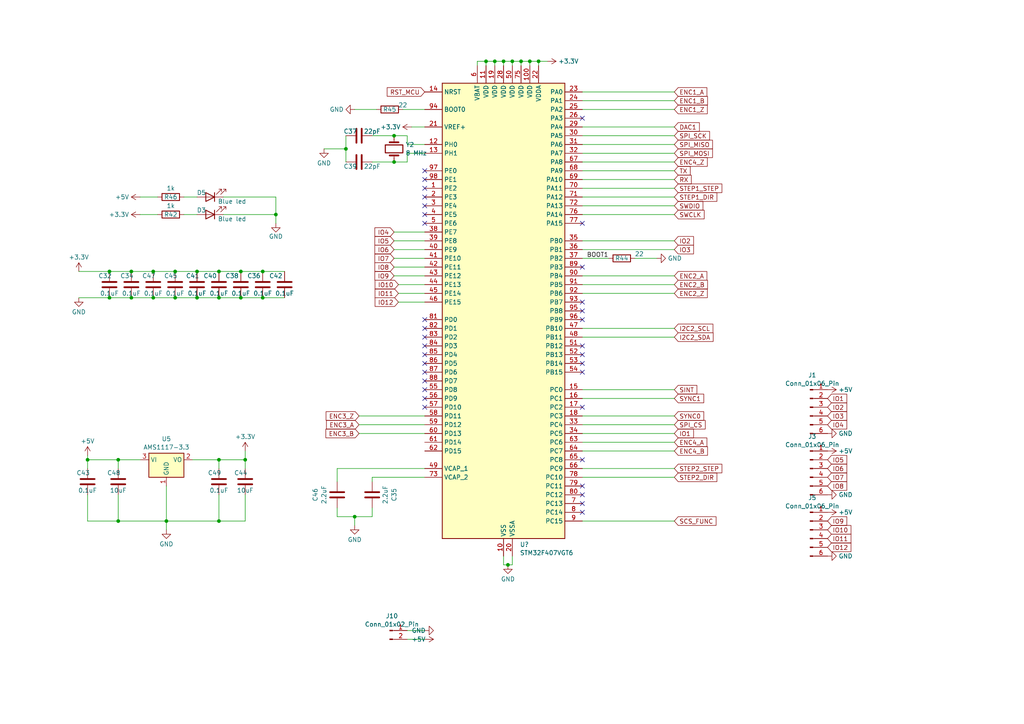
<source format=kicad_sch>
(kicad_sch (version 20230121) (generator eeschema)

  (uuid 29d1fc65-591a-4c4e-a1fd-d6076e24f303)

  (paper "A4")

  (lib_symbols
    (symbol "Connector:Conn_01x02_Pin" (pin_names (offset 1.016) hide) (in_bom yes) (on_board yes)
      (property "Reference" "J" (at 0 2.54 0)
        (effects (font (size 1.27 1.27)))
      )
      (property "Value" "Conn_01x02_Pin" (at 0 -5.08 0)
        (effects (font (size 1.27 1.27)))
      )
      (property "Footprint" "" (at 0 0 0)
        (effects (font (size 1.27 1.27)) hide)
      )
      (property "Datasheet" "~" (at 0 0 0)
        (effects (font (size 1.27 1.27)) hide)
      )
      (property "ki_locked" "" (at 0 0 0)
        (effects (font (size 1.27 1.27)))
      )
      (property "ki_keywords" "connector" (at 0 0 0)
        (effects (font (size 1.27 1.27)) hide)
      )
      (property "ki_description" "Generic connector, single row, 01x02, script generated" (at 0 0 0)
        (effects (font (size 1.27 1.27)) hide)
      )
      (property "ki_fp_filters" "Connector*:*_1x??_*" (at 0 0 0)
        (effects (font (size 1.27 1.27)) hide)
      )
      (symbol "Conn_01x02_Pin_1_1"
        (polyline
          (pts
            (xy 1.27 -2.54)
            (xy 0.8636 -2.54)
          )
          (stroke (width 0.1524) (type default))
          (fill (type none))
        )
        (polyline
          (pts
            (xy 1.27 0)
            (xy 0.8636 0)
          )
          (stroke (width 0.1524) (type default))
          (fill (type none))
        )
        (rectangle (start 0.8636 -2.413) (end 0 -2.667)
          (stroke (width 0.1524) (type default))
          (fill (type outline))
        )
        (rectangle (start 0.8636 0.127) (end 0 -0.127)
          (stroke (width 0.1524) (type default))
          (fill (type outline))
        )
        (pin passive line (at 5.08 0 180) (length 3.81)
          (name "Pin_1" (effects (font (size 1.27 1.27))))
          (number "1" (effects (font (size 1.27 1.27))))
        )
        (pin passive line (at 5.08 -2.54 180) (length 3.81)
          (name "Pin_2" (effects (font (size 1.27 1.27))))
          (number "2" (effects (font (size 1.27 1.27))))
        )
      )
    )
    (symbol "Connector:Conn_01x06_Pin" (pin_names (offset 1.016) hide) (in_bom yes) (on_board yes)
      (property "Reference" "J" (at 0 7.62 0)
        (effects (font (size 1.27 1.27)))
      )
      (property "Value" "Conn_01x06_Pin" (at 0 -10.16 0)
        (effects (font (size 1.27 1.27)))
      )
      (property "Footprint" "" (at 0 0 0)
        (effects (font (size 1.27 1.27)) hide)
      )
      (property "Datasheet" "~" (at 0 0 0)
        (effects (font (size 1.27 1.27)) hide)
      )
      (property "ki_locked" "" (at 0 0 0)
        (effects (font (size 1.27 1.27)))
      )
      (property "ki_keywords" "connector" (at 0 0 0)
        (effects (font (size 1.27 1.27)) hide)
      )
      (property "ki_description" "Generic connector, single row, 01x06, script generated" (at 0 0 0)
        (effects (font (size 1.27 1.27)) hide)
      )
      (property "ki_fp_filters" "Connector*:*_1x??_*" (at 0 0 0)
        (effects (font (size 1.27 1.27)) hide)
      )
      (symbol "Conn_01x06_Pin_1_1"
        (polyline
          (pts
            (xy 1.27 -7.62)
            (xy 0.8636 -7.62)
          )
          (stroke (width 0.1524) (type default))
          (fill (type none))
        )
        (polyline
          (pts
            (xy 1.27 -5.08)
            (xy 0.8636 -5.08)
          )
          (stroke (width 0.1524) (type default))
          (fill (type none))
        )
        (polyline
          (pts
            (xy 1.27 -2.54)
            (xy 0.8636 -2.54)
          )
          (stroke (width 0.1524) (type default))
          (fill (type none))
        )
        (polyline
          (pts
            (xy 1.27 0)
            (xy 0.8636 0)
          )
          (stroke (width 0.1524) (type default))
          (fill (type none))
        )
        (polyline
          (pts
            (xy 1.27 2.54)
            (xy 0.8636 2.54)
          )
          (stroke (width 0.1524) (type default))
          (fill (type none))
        )
        (polyline
          (pts
            (xy 1.27 5.08)
            (xy 0.8636 5.08)
          )
          (stroke (width 0.1524) (type default))
          (fill (type none))
        )
        (rectangle (start 0.8636 -7.493) (end 0 -7.747)
          (stroke (width 0.1524) (type default))
          (fill (type outline))
        )
        (rectangle (start 0.8636 -4.953) (end 0 -5.207)
          (stroke (width 0.1524) (type default))
          (fill (type outline))
        )
        (rectangle (start 0.8636 -2.413) (end 0 -2.667)
          (stroke (width 0.1524) (type default))
          (fill (type outline))
        )
        (rectangle (start 0.8636 0.127) (end 0 -0.127)
          (stroke (width 0.1524) (type default))
          (fill (type outline))
        )
        (rectangle (start 0.8636 2.667) (end 0 2.413)
          (stroke (width 0.1524) (type default))
          (fill (type outline))
        )
        (rectangle (start 0.8636 5.207) (end 0 4.953)
          (stroke (width 0.1524) (type default))
          (fill (type outline))
        )
        (pin passive line (at 5.08 5.08 180) (length 3.81)
          (name "Pin_1" (effects (font (size 1.27 1.27))))
          (number "1" (effects (font (size 1.27 1.27))))
        )
        (pin passive line (at 5.08 2.54 180) (length 3.81)
          (name "Pin_2" (effects (font (size 1.27 1.27))))
          (number "2" (effects (font (size 1.27 1.27))))
        )
        (pin passive line (at 5.08 0 180) (length 3.81)
          (name "Pin_3" (effects (font (size 1.27 1.27))))
          (number "3" (effects (font (size 1.27 1.27))))
        )
        (pin passive line (at 5.08 -2.54 180) (length 3.81)
          (name "Pin_4" (effects (font (size 1.27 1.27))))
          (number "4" (effects (font (size 1.27 1.27))))
        )
        (pin passive line (at 5.08 -5.08 180) (length 3.81)
          (name "Pin_5" (effects (font (size 1.27 1.27))))
          (number "5" (effects (font (size 1.27 1.27))))
        )
        (pin passive line (at 5.08 -7.62 180) (length 3.81)
          (name "Pin_6" (effects (font (size 1.27 1.27))))
          (number "6" (effects (font (size 1.27 1.27))))
        )
      )
    )
    (symbol "Device:C" (pin_numbers hide) (pin_names (offset 0.254)) (in_bom yes) (on_board yes)
      (property "Reference" "C" (at 0.635 2.54 0)
        (effects (font (size 1.27 1.27)) (justify left))
      )
      (property "Value" "C" (at 0.635 -2.54 0)
        (effects (font (size 1.27 1.27)) (justify left))
      )
      (property "Footprint" "" (at 0.9652 -3.81 0)
        (effects (font (size 1.27 1.27)) hide)
      )
      (property "Datasheet" "~" (at 0 0 0)
        (effects (font (size 1.27 1.27)) hide)
      )
      (property "ki_keywords" "cap capacitor" (at 0 0 0)
        (effects (font (size 1.27 1.27)) hide)
      )
      (property "ki_description" "Unpolarized capacitor" (at 0 0 0)
        (effects (font (size 1.27 1.27)) hide)
      )
      (property "ki_fp_filters" "C_*" (at 0 0 0)
        (effects (font (size 1.27 1.27)) hide)
      )
      (symbol "C_0_1"
        (polyline
          (pts
            (xy -2.032 -0.762)
            (xy 2.032 -0.762)
          )
          (stroke (width 0.508) (type default))
          (fill (type none))
        )
        (polyline
          (pts
            (xy -2.032 0.762)
            (xy 2.032 0.762)
          )
          (stroke (width 0.508) (type default))
          (fill (type none))
        )
      )
      (symbol "C_1_1"
        (pin passive line (at 0 3.81 270) (length 2.794)
          (name "~" (effects (font (size 1.27 1.27))))
          (number "1" (effects (font (size 1.27 1.27))))
        )
        (pin passive line (at 0 -3.81 90) (length 2.794)
          (name "~" (effects (font (size 1.27 1.27))))
          (number "2" (effects (font (size 1.27 1.27))))
        )
      )
    )
    (symbol "Device:Crystal" (pin_numbers hide) (pin_names (offset 1.016) hide) (in_bom yes) (on_board yes)
      (property "Reference" "Y" (at 0 3.81 0)
        (effects (font (size 1.27 1.27)))
      )
      (property "Value" "Crystal" (at 0 -3.81 0)
        (effects (font (size 1.27 1.27)))
      )
      (property "Footprint" "" (at 0 0 0)
        (effects (font (size 1.27 1.27)) hide)
      )
      (property "Datasheet" "~" (at 0 0 0)
        (effects (font (size 1.27 1.27)) hide)
      )
      (property "ki_keywords" "quartz ceramic resonator oscillator" (at 0 0 0)
        (effects (font (size 1.27 1.27)) hide)
      )
      (property "ki_description" "Two pin crystal" (at 0 0 0)
        (effects (font (size 1.27 1.27)) hide)
      )
      (property "ki_fp_filters" "Crystal*" (at 0 0 0)
        (effects (font (size 1.27 1.27)) hide)
      )
      (symbol "Crystal_0_1"
        (rectangle (start -1.143 2.54) (end 1.143 -2.54)
          (stroke (width 0.3048) (type default))
          (fill (type none))
        )
        (polyline
          (pts
            (xy -2.54 0)
            (xy -1.905 0)
          )
          (stroke (width 0) (type default))
          (fill (type none))
        )
        (polyline
          (pts
            (xy -1.905 -1.27)
            (xy -1.905 1.27)
          )
          (stroke (width 0.508) (type default))
          (fill (type none))
        )
        (polyline
          (pts
            (xy 1.905 -1.27)
            (xy 1.905 1.27)
          )
          (stroke (width 0.508) (type default))
          (fill (type none))
        )
        (polyline
          (pts
            (xy 2.54 0)
            (xy 1.905 0)
          )
          (stroke (width 0) (type default))
          (fill (type none))
        )
      )
      (symbol "Crystal_1_1"
        (pin passive line (at -3.81 0 0) (length 1.27)
          (name "1" (effects (font (size 1.27 1.27))))
          (number "1" (effects (font (size 1.27 1.27))))
        )
        (pin passive line (at 3.81 0 180) (length 1.27)
          (name "2" (effects (font (size 1.27 1.27))))
          (number "2" (effects (font (size 1.27 1.27))))
        )
      )
    )
    (symbol "Device:LED" (pin_numbers hide) (pin_names (offset 1.016) hide) (in_bom yes) (on_board yes)
      (property "Reference" "D" (at 0 2.54 0)
        (effects (font (size 1.27 1.27)))
      )
      (property "Value" "LED" (at 0 -2.54 0)
        (effects (font (size 1.27 1.27)))
      )
      (property "Footprint" "" (at 0 0 0)
        (effects (font (size 1.27 1.27)) hide)
      )
      (property "Datasheet" "~" (at 0 0 0)
        (effects (font (size 1.27 1.27)) hide)
      )
      (property "ki_keywords" "LED diode" (at 0 0 0)
        (effects (font (size 1.27 1.27)) hide)
      )
      (property "ki_description" "Light emitting diode" (at 0 0 0)
        (effects (font (size 1.27 1.27)) hide)
      )
      (property "ki_fp_filters" "LED* LED_SMD:* LED_THT:*" (at 0 0 0)
        (effects (font (size 1.27 1.27)) hide)
      )
      (symbol "LED_0_1"
        (polyline
          (pts
            (xy -1.27 -1.27)
            (xy -1.27 1.27)
          )
          (stroke (width 0.254) (type default))
          (fill (type none))
        )
        (polyline
          (pts
            (xy -1.27 0)
            (xy 1.27 0)
          )
          (stroke (width 0) (type default))
          (fill (type none))
        )
        (polyline
          (pts
            (xy 1.27 -1.27)
            (xy 1.27 1.27)
            (xy -1.27 0)
            (xy 1.27 -1.27)
          )
          (stroke (width 0.254) (type default))
          (fill (type none))
        )
        (polyline
          (pts
            (xy -3.048 -0.762)
            (xy -4.572 -2.286)
            (xy -3.81 -2.286)
            (xy -4.572 -2.286)
            (xy -4.572 -1.524)
          )
          (stroke (width 0) (type default))
          (fill (type none))
        )
        (polyline
          (pts
            (xy -1.778 -0.762)
            (xy -3.302 -2.286)
            (xy -2.54 -2.286)
            (xy -3.302 -2.286)
            (xy -3.302 -1.524)
          )
          (stroke (width 0) (type default))
          (fill (type none))
        )
      )
      (symbol "LED_1_1"
        (pin passive line (at -3.81 0 0) (length 2.54)
          (name "K" (effects (font (size 1.27 1.27))))
          (number "1" (effects (font (size 1.27 1.27))))
        )
        (pin passive line (at 3.81 0 180) (length 2.54)
          (name "A" (effects (font (size 1.27 1.27))))
          (number "2" (effects (font (size 1.27 1.27))))
        )
      )
    )
    (symbol "Device:R" (pin_numbers hide) (pin_names (offset 0)) (in_bom yes) (on_board yes)
      (property "Reference" "R" (at 2.032 0 90)
        (effects (font (size 1.27 1.27)))
      )
      (property "Value" "R" (at 0 0 90)
        (effects (font (size 1.27 1.27)))
      )
      (property "Footprint" "" (at -1.778 0 90)
        (effects (font (size 1.27 1.27)) hide)
      )
      (property "Datasheet" "~" (at 0 0 0)
        (effects (font (size 1.27 1.27)) hide)
      )
      (property "ki_keywords" "R res resistor" (at 0 0 0)
        (effects (font (size 1.27 1.27)) hide)
      )
      (property "ki_description" "Resistor" (at 0 0 0)
        (effects (font (size 1.27 1.27)) hide)
      )
      (property "ki_fp_filters" "R_*" (at 0 0 0)
        (effects (font (size 1.27 1.27)) hide)
      )
      (symbol "R_0_1"
        (rectangle (start -1.016 -2.54) (end 1.016 2.54)
          (stroke (width 0.254) (type default))
          (fill (type none))
        )
      )
      (symbol "R_1_1"
        (pin passive line (at 0 3.81 270) (length 1.27)
          (name "~" (effects (font (size 1.27 1.27))))
          (number "1" (effects (font (size 1.27 1.27))))
        )
        (pin passive line (at 0 -3.81 90) (length 1.27)
          (name "~" (effects (font (size 1.27 1.27))))
          (number "2" (effects (font (size 1.27 1.27))))
        )
      )
    )
    (symbol "MCU_ST_STM32F4:STM32F407VGTx" (in_bom yes) (on_board yes)
      (property "Reference" "U" (at -17.78 67.31 0)
        (effects (font (size 1.27 1.27)) (justify left))
      )
      (property "Value" "STM32F407VGTx" (at 12.7 67.31 0)
        (effects (font (size 1.27 1.27)) (justify left))
      )
      (property "Footprint" "Package_QFP:LQFP-100_14x14mm_P0.5mm" (at -17.78 -66.04 0)
        (effects (font (size 1.27 1.27)) (justify right) hide)
      )
      (property "Datasheet" "https://www.st.com/resource/en/datasheet/stm32f407vg.pdf" (at 0 0 0)
        (effects (font (size 1.27 1.27)) hide)
      )
      (property "ki_locked" "" (at 0 0 0)
        (effects (font (size 1.27 1.27)))
      )
      (property "ki_keywords" "Arm Cortex-M4 STM32F4 STM32F407/417" (at 0 0 0)
        (effects (font (size 1.27 1.27)) hide)
      )
      (property "ki_description" "STMicroelectronics Arm Cortex-M4 MCU, 1024KB flash, 192KB RAM, 168 MHz, 1.8-3.6V, 82 GPIO, LQFP100" (at 0 0 0)
        (effects (font (size 1.27 1.27)) hide)
      )
      (property "ki_fp_filters" "LQFP*14x14mm*P0.5mm*" (at 0 0 0)
        (effects (font (size 1.27 1.27)) hide)
      )
      (symbol "STM32F407VGTx_0_1"
        (rectangle (start -17.78 -66.04) (end 17.78 66.04)
          (stroke (width 0.254) (type default))
          (fill (type background))
        )
      )
      (symbol "STM32F407VGTx_1_1"
        (pin bidirectional line (at -22.86 35.56 0) (length 5.08)
          (name "PE2" (effects (font (size 1.27 1.27))))
          (number "1" (effects (font (size 1.27 1.27))))
          (alternate "ETH_TXD3" bidirectional line)
          (alternate "FSMC_A23" bidirectional line)
          (alternate "SYS_TRACECLK" bidirectional line)
        )
        (pin power_in line (at 0 -71.12 90) (length 5.08)
          (name "VSS" (effects (font (size 1.27 1.27))))
          (number "10" (effects (font (size 1.27 1.27))))
        )
        (pin power_in line (at 7.62 71.12 270) (length 5.08)
          (name "VDD" (effects (font (size 1.27 1.27))))
          (number "100" (effects (font (size 1.27 1.27))))
        )
        (pin power_in line (at -5.08 71.12 270) (length 5.08)
          (name "VDD" (effects (font (size 1.27 1.27))))
          (number "11" (effects (font (size 1.27 1.27))))
        )
        (pin bidirectional line (at -22.86 48.26 0) (length 5.08)
          (name "PH0" (effects (font (size 1.27 1.27))))
          (number "12" (effects (font (size 1.27 1.27))))
          (alternate "RCC_OSC_IN" bidirectional line)
        )
        (pin bidirectional line (at -22.86 45.72 0) (length 5.08)
          (name "PH1" (effects (font (size 1.27 1.27))))
          (number "13" (effects (font (size 1.27 1.27))))
          (alternate "RCC_OSC_OUT" bidirectional line)
        )
        (pin input line (at -22.86 63.5 0) (length 5.08)
          (name "NRST" (effects (font (size 1.27 1.27))))
          (number "14" (effects (font (size 1.27 1.27))))
        )
        (pin bidirectional line (at 22.86 -22.86 180) (length 5.08)
          (name "PC0" (effects (font (size 1.27 1.27))))
          (number "15" (effects (font (size 1.27 1.27))))
          (alternate "ADC1_IN10" bidirectional line)
          (alternate "ADC2_IN10" bidirectional line)
          (alternate "ADC3_IN10" bidirectional line)
          (alternate "USB_OTG_HS_ULPI_STP" bidirectional line)
        )
        (pin bidirectional line (at 22.86 -25.4 180) (length 5.08)
          (name "PC1" (effects (font (size 1.27 1.27))))
          (number "16" (effects (font (size 1.27 1.27))))
          (alternate "ADC1_IN11" bidirectional line)
          (alternate "ADC2_IN11" bidirectional line)
          (alternate "ADC3_IN11" bidirectional line)
          (alternate "ETH_MDC" bidirectional line)
        )
        (pin bidirectional line (at 22.86 -27.94 180) (length 5.08)
          (name "PC2" (effects (font (size 1.27 1.27))))
          (number "17" (effects (font (size 1.27 1.27))))
          (alternate "ADC1_IN12" bidirectional line)
          (alternate "ADC2_IN12" bidirectional line)
          (alternate "ADC3_IN12" bidirectional line)
          (alternate "ETH_TXD2" bidirectional line)
          (alternate "I2S2_ext_SD" bidirectional line)
          (alternate "SPI2_MISO" bidirectional line)
          (alternate "USB_OTG_HS_ULPI_DIR" bidirectional line)
        )
        (pin bidirectional line (at 22.86 -30.48 180) (length 5.08)
          (name "PC3" (effects (font (size 1.27 1.27))))
          (number "18" (effects (font (size 1.27 1.27))))
          (alternate "ADC1_IN13" bidirectional line)
          (alternate "ADC2_IN13" bidirectional line)
          (alternate "ADC3_IN13" bidirectional line)
          (alternate "ETH_TX_CLK" bidirectional line)
          (alternate "I2S2_SD" bidirectional line)
          (alternate "SPI2_MOSI" bidirectional line)
          (alternate "USB_OTG_HS_ULPI_NXT" bidirectional line)
        )
        (pin power_in line (at -2.54 71.12 270) (length 5.08)
          (name "VDD" (effects (font (size 1.27 1.27))))
          (number "19" (effects (font (size 1.27 1.27))))
        )
        (pin bidirectional line (at -22.86 33.02 0) (length 5.08)
          (name "PE3" (effects (font (size 1.27 1.27))))
          (number "2" (effects (font (size 1.27 1.27))))
          (alternate "FSMC_A19" bidirectional line)
          (alternate "SYS_TRACED0" bidirectional line)
        )
        (pin power_in line (at 2.54 -71.12 90) (length 5.08)
          (name "VSSA" (effects (font (size 1.27 1.27))))
          (number "20" (effects (font (size 1.27 1.27))))
        )
        (pin input line (at -22.86 53.34 0) (length 5.08)
          (name "VREF+" (effects (font (size 1.27 1.27))))
          (number "21" (effects (font (size 1.27 1.27))))
        )
        (pin power_in line (at 10.16 71.12 270) (length 5.08)
          (name "VDDA" (effects (font (size 1.27 1.27))))
          (number "22" (effects (font (size 1.27 1.27))))
        )
        (pin bidirectional line (at 22.86 63.5 180) (length 5.08)
          (name "PA0" (effects (font (size 1.27 1.27))))
          (number "23" (effects (font (size 1.27 1.27))))
          (alternate "ADC1_IN0" bidirectional line)
          (alternate "ADC2_IN0" bidirectional line)
          (alternate "ADC3_IN0" bidirectional line)
          (alternate "ETH_CRS" bidirectional line)
          (alternate "SYS_WKUP" bidirectional line)
          (alternate "TIM2_CH1" bidirectional line)
          (alternate "TIM2_ETR" bidirectional line)
          (alternate "TIM5_CH1" bidirectional line)
          (alternate "TIM8_ETR" bidirectional line)
          (alternate "UART4_TX" bidirectional line)
          (alternate "USART2_CTS" bidirectional line)
        )
        (pin bidirectional line (at 22.86 60.96 180) (length 5.08)
          (name "PA1" (effects (font (size 1.27 1.27))))
          (number "24" (effects (font (size 1.27 1.27))))
          (alternate "ADC1_IN1" bidirectional line)
          (alternate "ADC2_IN1" bidirectional line)
          (alternate "ADC3_IN1" bidirectional line)
          (alternate "ETH_REF_CLK" bidirectional line)
          (alternate "ETH_RX_CLK" bidirectional line)
          (alternate "TIM2_CH2" bidirectional line)
          (alternate "TIM5_CH2" bidirectional line)
          (alternate "UART4_RX" bidirectional line)
          (alternate "USART2_RTS" bidirectional line)
        )
        (pin bidirectional line (at 22.86 58.42 180) (length 5.08)
          (name "PA2" (effects (font (size 1.27 1.27))))
          (number "25" (effects (font (size 1.27 1.27))))
          (alternate "ADC1_IN2" bidirectional line)
          (alternate "ADC2_IN2" bidirectional line)
          (alternate "ADC3_IN2" bidirectional line)
          (alternate "ETH_MDIO" bidirectional line)
          (alternate "TIM2_CH3" bidirectional line)
          (alternate "TIM5_CH3" bidirectional line)
          (alternate "TIM9_CH1" bidirectional line)
          (alternate "USART2_TX" bidirectional line)
        )
        (pin bidirectional line (at 22.86 55.88 180) (length 5.08)
          (name "PA3" (effects (font (size 1.27 1.27))))
          (number "26" (effects (font (size 1.27 1.27))))
          (alternate "ADC1_IN3" bidirectional line)
          (alternate "ADC2_IN3" bidirectional line)
          (alternate "ADC3_IN3" bidirectional line)
          (alternate "ETH_COL" bidirectional line)
          (alternate "TIM2_CH4" bidirectional line)
          (alternate "TIM5_CH4" bidirectional line)
          (alternate "TIM9_CH2" bidirectional line)
          (alternate "USART2_RX" bidirectional line)
          (alternate "USB_OTG_HS_ULPI_D0" bidirectional line)
        )
        (pin passive line (at 0 -71.12 90) (length 5.08) hide
          (name "VSS" (effects (font (size 1.27 1.27))))
          (number "27" (effects (font (size 1.27 1.27))))
        )
        (pin power_in line (at 0 71.12 270) (length 5.08)
          (name "VDD" (effects (font (size 1.27 1.27))))
          (number "28" (effects (font (size 1.27 1.27))))
        )
        (pin bidirectional line (at 22.86 53.34 180) (length 5.08)
          (name "PA4" (effects (font (size 1.27 1.27))))
          (number "29" (effects (font (size 1.27 1.27))))
          (alternate "ADC1_IN4" bidirectional line)
          (alternate "ADC2_IN4" bidirectional line)
          (alternate "DAC_OUT1" bidirectional line)
          (alternate "DCMI_HSYNC" bidirectional line)
          (alternate "I2S3_WS" bidirectional line)
          (alternate "SPI1_NSS" bidirectional line)
          (alternate "SPI3_NSS" bidirectional line)
          (alternate "USART2_CK" bidirectional line)
          (alternate "USB_OTG_HS_SOF" bidirectional line)
        )
        (pin bidirectional line (at -22.86 30.48 0) (length 5.08)
          (name "PE4" (effects (font (size 1.27 1.27))))
          (number "3" (effects (font (size 1.27 1.27))))
          (alternate "DCMI_D4" bidirectional line)
          (alternate "FSMC_A20" bidirectional line)
          (alternate "SYS_TRACED1" bidirectional line)
        )
        (pin bidirectional line (at 22.86 50.8 180) (length 5.08)
          (name "PA5" (effects (font (size 1.27 1.27))))
          (number "30" (effects (font (size 1.27 1.27))))
          (alternate "ADC1_IN5" bidirectional line)
          (alternate "ADC2_IN5" bidirectional line)
          (alternate "DAC_OUT2" bidirectional line)
          (alternate "SPI1_SCK" bidirectional line)
          (alternate "TIM2_CH1" bidirectional line)
          (alternate "TIM2_ETR" bidirectional line)
          (alternate "TIM8_CH1N" bidirectional line)
          (alternate "USB_OTG_HS_ULPI_CK" bidirectional line)
        )
        (pin bidirectional line (at 22.86 48.26 180) (length 5.08)
          (name "PA6" (effects (font (size 1.27 1.27))))
          (number "31" (effects (font (size 1.27 1.27))))
          (alternate "ADC1_IN6" bidirectional line)
          (alternate "ADC2_IN6" bidirectional line)
          (alternate "DCMI_PIXCLK" bidirectional line)
          (alternate "SPI1_MISO" bidirectional line)
          (alternate "TIM13_CH1" bidirectional line)
          (alternate "TIM1_BKIN" bidirectional line)
          (alternate "TIM3_CH1" bidirectional line)
          (alternate "TIM8_BKIN" bidirectional line)
        )
        (pin bidirectional line (at 22.86 45.72 180) (length 5.08)
          (name "PA7" (effects (font (size 1.27 1.27))))
          (number "32" (effects (font (size 1.27 1.27))))
          (alternate "ADC1_IN7" bidirectional line)
          (alternate "ADC2_IN7" bidirectional line)
          (alternate "ETH_CRS_DV" bidirectional line)
          (alternate "ETH_RX_DV" bidirectional line)
          (alternate "SPI1_MOSI" bidirectional line)
          (alternate "TIM14_CH1" bidirectional line)
          (alternate "TIM1_CH1N" bidirectional line)
          (alternate "TIM3_CH2" bidirectional line)
          (alternate "TIM8_CH1N" bidirectional line)
        )
        (pin bidirectional line (at 22.86 -33.02 180) (length 5.08)
          (name "PC4" (effects (font (size 1.27 1.27))))
          (number "33" (effects (font (size 1.27 1.27))))
          (alternate "ADC1_IN14" bidirectional line)
          (alternate "ADC2_IN14" bidirectional line)
          (alternate "ETH_RXD0" bidirectional line)
        )
        (pin bidirectional line (at 22.86 -35.56 180) (length 5.08)
          (name "PC5" (effects (font (size 1.27 1.27))))
          (number "34" (effects (font (size 1.27 1.27))))
          (alternate "ADC1_IN15" bidirectional line)
          (alternate "ADC2_IN15" bidirectional line)
          (alternate "ETH_RXD1" bidirectional line)
        )
        (pin bidirectional line (at 22.86 20.32 180) (length 5.08)
          (name "PB0" (effects (font (size 1.27 1.27))))
          (number "35" (effects (font (size 1.27 1.27))))
          (alternate "ADC1_IN8" bidirectional line)
          (alternate "ADC2_IN8" bidirectional line)
          (alternate "ETH_RXD2" bidirectional line)
          (alternate "TIM1_CH2N" bidirectional line)
          (alternate "TIM3_CH3" bidirectional line)
          (alternate "TIM8_CH2N" bidirectional line)
          (alternate "USB_OTG_HS_ULPI_D1" bidirectional line)
        )
        (pin bidirectional line (at 22.86 17.78 180) (length 5.08)
          (name "PB1" (effects (font (size 1.27 1.27))))
          (number "36" (effects (font (size 1.27 1.27))))
          (alternate "ADC1_IN9" bidirectional line)
          (alternate "ADC2_IN9" bidirectional line)
          (alternate "ETH_RXD3" bidirectional line)
          (alternate "TIM1_CH3N" bidirectional line)
          (alternate "TIM3_CH4" bidirectional line)
          (alternate "TIM8_CH3N" bidirectional line)
          (alternate "USB_OTG_HS_ULPI_D2" bidirectional line)
        )
        (pin bidirectional line (at 22.86 15.24 180) (length 5.08)
          (name "PB2" (effects (font (size 1.27 1.27))))
          (number "37" (effects (font (size 1.27 1.27))))
        )
        (pin bidirectional line (at -22.86 22.86 0) (length 5.08)
          (name "PE7" (effects (font (size 1.27 1.27))))
          (number "38" (effects (font (size 1.27 1.27))))
          (alternate "FSMC_D4" bidirectional line)
          (alternate "FSMC_DA4" bidirectional line)
          (alternate "TIM1_ETR" bidirectional line)
        )
        (pin bidirectional line (at -22.86 20.32 0) (length 5.08)
          (name "PE8" (effects (font (size 1.27 1.27))))
          (number "39" (effects (font (size 1.27 1.27))))
          (alternate "FSMC_D5" bidirectional line)
          (alternate "FSMC_DA5" bidirectional line)
          (alternate "TIM1_CH1N" bidirectional line)
        )
        (pin bidirectional line (at -22.86 27.94 0) (length 5.08)
          (name "PE5" (effects (font (size 1.27 1.27))))
          (number "4" (effects (font (size 1.27 1.27))))
          (alternate "DCMI_D6" bidirectional line)
          (alternate "FSMC_A21" bidirectional line)
          (alternate "SYS_TRACED2" bidirectional line)
          (alternate "TIM9_CH1" bidirectional line)
        )
        (pin bidirectional line (at -22.86 17.78 0) (length 5.08)
          (name "PE9" (effects (font (size 1.27 1.27))))
          (number "40" (effects (font (size 1.27 1.27))))
          (alternate "DAC_EXTI9" bidirectional line)
          (alternate "FSMC_D6" bidirectional line)
          (alternate "FSMC_DA6" bidirectional line)
          (alternate "TIM1_CH1" bidirectional line)
        )
        (pin bidirectional line (at -22.86 15.24 0) (length 5.08)
          (name "PE10" (effects (font (size 1.27 1.27))))
          (number "41" (effects (font (size 1.27 1.27))))
          (alternate "FSMC_D7" bidirectional line)
          (alternate "FSMC_DA7" bidirectional line)
          (alternate "TIM1_CH2N" bidirectional line)
        )
        (pin bidirectional line (at -22.86 12.7 0) (length 5.08)
          (name "PE11" (effects (font (size 1.27 1.27))))
          (number "42" (effects (font (size 1.27 1.27))))
          (alternate "ADC1_EXTI11" bidirectional line)
          (alternate "ADC2_EXTI11" bidirectional line)
          (alternate "ADC3_EXTI11" bidirectional line)
          (alternate "FSMC_D8" bidirectional line)
          (alternate "FSMC_DA8" bidirectional line)
          (alternate "TIM1_CH2" bidirectional line)
        )
        (pin bidirectional line (at -22.86 10.16 0) (length 5.08)
          (name "PE12" (effects (font (size 1.27 1.27))))
          (number "43" (effects (font (size 1.27 1.27))))
          (alternate "FSMC_D9" bidirectional line)
          (alternate "FSMC_DA9" bidirectional line)
          (alternate "TIM1_CH3N" bidirectional line)
        )
        (pin bidirectional line (at -22.86 7.62 0) (length 5.08)
          (name "PE13" (effects (font (size 1.27 1.27))))
          (number "44" (effects (font (size 1.27 1.27))))
          (alternate "FSMC_D10" bidirectional line)
          (alternate "FSMC_DA10" bidirectional line)
          (alternate "TIM1_CH3" bidirectional line)
        )
        (pin bidirectional line (at -22.86 5.08 0) (length 5.08)
          (name "PE14" (effects (font (size 1.27 1.27))))
          (number "45" (effects (font (size 1.27 1.27))))
          (alternate "FSMC_D11" bidirectional line)
          (alternate "FSMC_DA11" bidirectional line)
          (alternate "TIM1_CH4" bidirectional line)
        )
        (pin bidirectional line (at -22.86 2.54 0) (length 5.08)
          (name "PE15" (effects (font (size 1.27 1.27))))
          (number "46" (effects (font (size 1.27 1.27))))
          (alternate "ADC1_EXTI15" bidirectional line)
          (alternate "ADC2_EXTI15" bidirectional line)
          (alternate "ADC3_EXTI15" bidirectional line)
          (alternate "FSMC_D12" bidirectional line)
          (alternate "FSMC_DA12" bidirectional line)
          (alternate "TIM1_BKIN" bidirectional line)
        )
        (pin bidirectional line (at 22.86 -5.08 180) (length 5.08)
          (name "PB10" (effects (font (size 1.27 1.27))))
          (number "47" (effects (font (size 1.27 1.27))))
          (alternate "ETH_RX_ER" bidirectional line)
          (alternate "I2C2_SCL" bidirectional line)
          (alternate "I2S2_CK" bidirectional line)
          (alternate "SPI2_SCK" bidirectional line)
          (alternate "TIM2_CH3" bidirectional line)
          (alternate "USART3_TX" bidirectional line)
          (alternate "USB_OTG_HS_ULPI_D3" bidirectional line)
        )
        (pin bidirectional line (at 22.86 -7.62 180) (length 5.08)
          (name "PB11" (effects (font (size 1.27 1.27))))
          (number "48" (effects (font (size 1.27 1.27))))
          (alternate "ADC1_EXTI11" bidirectional line)
          (alternate "ADC2_EXTI11" bidirectional line)
          (alternate "ADC3_EXTI11" bidirectional line)
          (alternate "ETH_TX_EN" bidirectional line)
          (alternate "I2C2_SDA" bidirectional line)
          (alternate "TIM2_CH4" bidirectional line)
          (alternate "USART3_RX" bidirectional line)
          (alternate "USB_OTG_HS_ULPI_D4" bidirectional line)
        )
        (pin power_out line (at -22.86 -45.72 0) (length 5.08)
          (name "VCAP_1" (effects (font (size 1.27 1.27))))
          (number "49" (effects (font (size 1.27 1.27))))
        )
        (pin bidirectional line (at -22.86 25.4 0) (length 5.08)
          (name "PE6" (effects (font (size 1.27 1.27))))
          (number "5" (effects (font (size 1.27 1.27))))
          (alternate "DCMI_D7" bidirectional line)
          (alternate "FSMC_A22" bidirectional line)
          (alternate "SYS_TRACED3" bidirectional line)
          (alternate "TIM9_CH2" bidirectional line)
        )
        (pin power_in line (at 2.54 71.12 270) (length 5.08)
          (name "VDD" (effects (font (size 1.27 1.27))))
          (number "50" (effects (font (size 1.27 1.27))))
        )
        (pin bidirectional line (at 22.86 -10.16 180) (length 5.08)
          (name "PB12" (effects (font (size 1.27 1.27))))
          (number "51" (effects (font (size 1.27 1.27))))
          (alternate "CAN2_RX" bidirectional line)
          (alternate "ETH_TXD0" bidirectional line)
          (alternate "I2C2_SMBA" bidirectional line)
          (alternate "I2S2_WS" bidirectional line)
          (alternate "SPI2_NSS" bidirectional line)
          (alternate "TIM1_BKIN" bidirectional line)
          (alternate "USART3_CK" bidirectional line)
          (alternate "USB_OTG_HS_ID" bidirectional line)
          (alternate "USB_OTG_HS_ULPI_D5" bidirectional line)
        )
        (pin bidirectional line (at 22.86 -12.7 180) (length 5.08)
          (name "PB13" (effects (font (size 1.27 1.27))))
          (number "52" (effects (font (size 1.27 1.27))))
          (alternate "CAN2_TX" bidirectional line)
          (alternate "ETH_TXD1" bidirectional line)
          (alternate "I2S2_CK" bidirectional line)
          (alternate "SPI2_SCK" bidirectional line)
          (alternate "TIM1_CH1N" bidirectional line)
          (alternate "USART3_CTS" bidirectional line)
          (alternate "USB_OTG_HS_ULPI_D6" bidirectional line)
          (alternate "USB_OTG_HS_VBUS" bidirectional line)
        )
        (pin bidirectional line (at 22.86 -15.24 180) (length 5.08)
          (name "PB14" (effects (font (size 1.27 1.27))))
          (number "53" (effects (font (size 1.27 1.27))))
          (alternate "I2S2_ext_SD" bidirectional line)
          (alternate "SPI2_MISO" bidirectional line)
          (alternate "TIM12_CH1" bidirectional line)
          (alternate "TIM1_CH2N" bidirectional line)
          (alternate "TIM8_CH2N" bidirectional line)
          (alternate "USART3_RTS" bidirectional line)
          (alternate "USB_OTG_HS_DM" bidirectional line)
        )
        (pin bidirectional line (at 22.86 -17.78 180) (length 5.08)
          (name "PB15" (effects (font (size 1.27 1.27))))
          (number "54" (effects (font (size 1.27 1.27))))
          (alternate "ADC1_EXTI15" bidirectional line)
          (alternate "ADC2_EXTI15" bidirectional line)
          (alternate "ADC3_EXTI15" bidirectional line)
          (alternate "I2S2_SD" bidirectional line)
          (alternate "RTC_REFIN" bidirectional line)
          (alternate "SPI2_MOSI" bidirectional line)
          (alternate "TIM12_CH2" bidirectional line)
          (alternate "TIM1_CH3N" bidirectional line)
          (alternate "TIM8_CH3N" bidirectional line)
          (alternate "USB_OTG_HS_DP" bidirectional line)
        )
        (pin bidirectional line (at -22.86 -22.86 0) (length 5.08)
          (name "PD8" (effects (font (size 1.27 1.27))))
          (number "55" (effects (font (size 1.27 1.27))))
          (alternate "FSMC_D13" bidirectional line)
          (alternate "FSMC_DA13" bidirectional line)
          (alternate "USART3_TX" bidirectional line)
        )
        (pin bidirectional line (at -22.86 -25.4 0) (length 5.08)
          (name "PD9" (effects (font (size 1.27 1.27))))
          (number "56" (effects (font (size 1.27 1.27))))
          (alternate "DAC_EXTI9" bidirectional line)
          (alternate "FSMC_D14" bidirectional line)
          (alternate "FSMC_DA14" bidirectional line)
          (alternate "USART3_RX" bidirectional line)
        )
        (pin bidirectional line (at -22.86 -27.94 0) (length 5.08)
          (name "PD10" (effects (font (size 1.27 1.27))))
          (number "57" (effects (font (size 1.27 1.27))))
          (alternate "FSMC_D15" bidirectional line)
          (alternate "FSMC_DA15" bidirectional line)
          (alternate "USART3_CK" bidirectional line)
        )
        (pin bidirectional line (at -22.86 -30.48 0) (length 5.08)
          (name "PD11" (effects (font (size 1.27 1.27))))
          (number "58" (effects (font (size 1.27 1.27))))
          (alternate "ADC1_EXTI11" bidirectional line)
          (alternate "ADC2_EXTI11" bidirectional line)
          (alternate "ADC3_EXTI11" bidirectional line)
          (alternate "FSMC_A16" bidirectional line)
          (alternate "FSMC_CLE" bidirectional line)
          (alternate "USART3_CTS" bidirectional line)
        )
        (pin bidirectional line (at -22.86 -33.02 0) (length 5.08)
          (name "PD12" (effects (font (size 1.27 1.27))))
          (number "59" (effects (font (size 1.27 1.27))))
          (alternate "FSMC_A17" bidirectional line)
          (alternate "FSMC_ALE" bidirectional line)
          (alternate "TIM4_CH1" bidirectional line)
          (alternate "USART3_RTS" bidirectional line)
        )
        (pin power_in line (at -7.62 71.12 270) (length 5.08)
          (name "VBAT" (effects (font (size 1.27 1.27))))
          (number "6" (effects (font (size 1.27 1.27))))
        )
        (pin bidirectional line (at -22.86 -35.56 0) (length 5.08)
          (name "PD13" (effects (font (size 1.27 1.27))))
          (number "60" (effects (font (size 1.27 1.27))))
          (alternate "FSMC_A18" bidirectional line)
          (alternate "TIM4_CH2" bidirectional line)
        )
        (pin bidirectional line (at -22.86 -38.1 0) (length 5.08)
          (name "PD14" (effects (font (size 1.27 1.27))))
          (number "61" (effects (font (size 1.27 1.27))))
          (alternate "FSMC_D0" bidirectional line)
          (alternate "FSMC_DA0" bidirectional line)
          (alternate "TIM4_CH3" bidirectional line)
        )
        (pin bidirectional line (at -22.86 -40.64 0) (length 5.08)
          (name "PD15" (effects (font (size 1.27 1.27))))
          (number "62" (effects (font (size 1.27 1.27))))
          (alternate "ADC1_EXTI15" bidirectional line)
          (alternate "ADC2_EXTI15" bidirectional line)
          (alternate "ADC3_EXTI15" bidirectional line)
          (alternate "FSMC_D1" bidirectional line)
          (alternate "FSMC_DA1" bidirectional line)
          (alternate "TIM4_CH4" bidirectional line)
        )
        (pin bidirectional line (at 22.86 -38.1 180) (length 5.08)
          (name "PC6" (effects (font (size 1.27 1.27))))
          (number "63" (effects (font (size 1.27 1.27))))
          (alternate "DCMI_D0" bidirectional line)
          (alternate "I2S2_MCK" bidirectional line)
          (alternate "SDIO_D6" bidirectional line)
          (alternate "TIM3_CH1" bidirectional line)
          (alternate "TIM8_CH1" bidirectional line)
          (alternate "USART6_TX" bidirectional line)
        )
        (pin bidirectional line (at 22.86 -40.64 180) (length 5.08)
          (name "PC7" (effects (font (size 1.27 1.27))))
          (number "64" (effects (font (size 1.27 1.27))))
          (alternate "DCMI_D1" bidirectional line)
          (alternate "I2S3_MCK" bidirectional line)
          (alternate "SDIO_D7" bidirectional line)
          (alternate "TIM3_CH2" bidirectional line)
          (alternate "TIM8_CH2" bidirectional line)
          (alternate "USART6_RX" bidirectional line)
        )
        (pin bidirectional line (at 22.86 -43.18 180) (length 5.08)
          (name "PC8" (effects (font (size 1.27 1.27))))
          (number "65" (effects (font (size 1.27 1.27))))
          (alternate "DCMI_D2" bidirectional line)
          (alternate "SDIO_D0" bidirectional line)
          (alternate "TIM3_CH3" bidirectional line)
          (alternate "TIM8_CH3" bidirectional line)
          (alternate "USART6_CK" bidirectional line)
        )
        (pin bidirectional line (at 22.86 -45.72 180) (length 5.08)
          (name "PC9" (effects (font (size 1.27 1.27))))
          (number "66" (effects (font (size 1.27 1.27))))
          (alternate "DAC_EXTI9" bidirectional line)
          (alternate "DCMI_D3" bidirectional line)
          (alternate "I2C3_SDA" bidirectional line)
          (alternate "I2S_CKIN" bidirectional line)
          (alternate "RCC_MCO_2" bidirectional line)
          (alternate "SDIO_D1" bidirectional line)
          (alternate "TIM3_CH4" bidirectional line)
          (alternate "TIM8_CH4" bidirectional line)
        )
        (pin bidirectional line (at 22.86 43.18 180) (length 5.08)
          (name "PA8" (effects (font (size 1.27 1.27))))
          (number "67" (effects (font (size 1.27 1.27))))
          (alternate "I2C3_SCL" bidirectional line)
          (alternate "RCC_MCO_1" bidirectional line)
          (alternate "TIM1_CH1" bidirectional line)
          (alternate "USART1_CK" bidirectional line)
          (alternate "USB_OTG_FS_SOF" bidirectional line)
        )
        (pin bidirectional line (at 22.86 40.64 180) (length 5.08)
          (name "PA9" (effects (font (size 1.27 1.27))))
          (number "68" (effects (font (size 1.27 1.27))))
          (alternate "DAC_EXTI9" bidirectional line)
          (alternate "DCMI_D0" bidirectional line)
          (alternate "I2C3_SMBA" bidirectional line)
          (alternate "TIM1_CH2" bidirectional line)
          (alternate "USART1_TX" bidirectional line)
          (alternate "USB_OTG_FS_VBUS" bidirectional line)
        )
        (pin bidirectional line (at 22.86 38.1 180) (length 5.08)
          (name "PA10" (effects (font (size 1.27 1.27))))
          (number "69" (effects (font (size 1.27 1.27))))
          (alternate "DCMI_D1" bidirectional line)
          (alternate "TIM1_CH3" bidirectional line)
          (alternate "USART1_RX" bidirectional line)
          (alternate "USB_OTG_FS_ID" bidirectional line)
        )
        (pin bidirectional line (at 22.86 -55.88 180) (length 5.08)
          (name "PC13" (effects (font (size 1.27 1.27))))
          (number "7" (effects (font (size 1.27 1.27))))
          (alternate "RTC_AF1" bidirectional line)
        )
        (pin bidirectional line (at 22.86 35.56 180) (length 5.08)
          (name "PA11" (effects (font (size 1.27 1.27))))
          (number "70" (effects (font (size 1.27 1.27))))
          (alternate "ADC1_EXTI11" bidirectional line)
          (alternate "ADC2_EXTI11" bidirectional line)
          (alternate "ADC3_EXTI11" bidirectional line)
          (alternate "CAN1_RX" bidirectional line)
          (alternate "TIM1_CH4" bidirectional line)
          (alternate "USART1_CTS" bidirectional line)
          (alternate "USB_OTG_FS_DM" bidirectional line)
        )
        (pin bidirectional line (at 22.86 33.02 180) (length 5.08)
          (name "PA12" (effects (font (size 1.27 1.27))))
          (number "71" (effects (font (size 1.27 1.27))))
          (alternate "CAN1_TX" bidirectional line)
          (alternate "TIM1_ETR" bidirectional line)
          (alternate "USART1_RTS" bidirectional line)
          (alternate "USB_OTG_FS_DP" bidirectional line)
        )
        (pin bidirectional line (at 22.86 30.48 180) (length 5.08)
          (name "PA13" (effects (font (size 1.27 1.27))))
          (number "72" (effects (font (size 1.27 1.27))))
          (alternate "SYS_JTMS-SWDIO" bidirectional line)
        )
        (pin power_out line (at -22.86 -48.26 0) (length 5.08)
          (name "VCAP_2" (effects (font (size 1.27 1.27))))
          (number "73" (effects (font (size 1.27 1.27))))
        )
        (pin passive line (at 0 -71.12 90) (length 5.08) hide
          (name "VSS" (effects (font (size 1.27 1.27))))
          (number "74" (effects (font (size 1.27 1.27))))
        )
        (pin power_in line (at 5.08 71.12 270) (length 5.08)
          (name "VDD" (effects (font (size 1.27 1.27))))
          (number "75" (effects (font (size 1.27 1.27))))
        )
        (pin bidirectional line (at 22.86 27.94 180) (length 5.08)
          (name "PA14" (effects (font (size 1.27 1.27))))
          (number "76" (effects (font (size 1.27 1.27))))
          (alternate "SYS_JTCK-SWCLK" bidirectional line)
        )
        (pin bidirectional line (at 22.86 25.4 180) (length 5.08)
          (name "PA15" (effects (font (size 1.27 1.27))))
          (number "77" (effects (font (size 1.27 1.27))))
          (alternate "ADC1_EXTI15" bidirectional line)
          (alternate "ADC2_EXTI15" bidirectional line)
          (alternate "ADC3_EXTI15" bidirectional line)
          (alternate "I2S3_WS" bidirectional line)
          (alternate "SPI1_NSS" bidirectional line)
          (alternate "SPI3_NSS" bidirectional line)
          (alternate "SYS_JTDI" bidirectional line)
          (alternate "TIM2_CH1" bidirectional line)
          (alternate "TIM2_ETR" bidirectional line)
        )
        (pin bidirectional line (at 22.86 -48.26 180) (length 5.08)
          (name "PC10" (effects (font (size 1.27 1.27))))
          (number "78" (effects (font (size 1.27 1.27))))
          (alternate "DCMI_D8" bidirectional line)
          (alternate "I2S3_CK" bidirectional line)
          (alternate "SDIO_D2" bidirectional line)
          (alternate "SPI3_SCK" bidirectional line)
          (alternate "UART4_TX" bidirectional line)
          (alternate "USART3_TX" bidirectional line)
        )
        (pin bidirectional line (at 22.86 -50.8 180) (length 5.08)
          (name "PC11" (effects (font (size 1.27 1.27))))
          (number "79" (effects (font (size 1.27 1.27))))
          (alternate "ADC1_EXTI11" bidirectional line)
          (alternate "ADC2_EXTI11" bidirectional line)
          (alternate "ADC3_EXTI11" bidirectional line)
          (alternate "DCMI_D4" bidirectional line)
          (alternate "I2S3_ext_SD" bidirectional line)
          (alternate "SDIO_D3" bidirectional line)
          (alternate "SPI3_MISO" bidirectional line)
          (alternate "UART4_RX" bidirectional line)
          (alternate "USART3_RX" bidirectional line)
        )
        (pin bidirectional line (at 22.86 -58.42 180) (length 5.08)
          (name "PC14" (effects (font (size 1.27 1.27))))
          (number "8" (effects (font (size 1.27 1.27))))
          (alternate "RCC_OSC32_IN" bidirectional line)
        )
        (pin bidirectional line (at 22.86 -53.34 180) (length 5.08)
          (name "PC12" (effects (font (size 1.27 1.27))))
          (number "80" (effects (font (size 1.27 1.27))))
          (alternate "DCMI_D9" bidirectional line)
          (alternate "I2S3_SD" bidirectional line)
          (alternate "SDIO_CK" bidirectional line)
          (alternate "SPI3_MOSI" bidirectional line)
          (alternate "UART5_TX" bidirectional line)
          (alternate "USART3_CK" bidirectional line)
        )
        (pin bidirectional line (at -22.86 -2.54 0) (length 5.08)
          (name "PD0" (effects (font (size 1.27 1.27))))
          (number "81" (effects (font (size 1.27 1.27))))
          (alternate "CAN1_RX" bidirectional line)
          (alternate "FSMC_D2" bidirectional line)
          (alternate "FSMC_DA2" bidirectional line)
        )
        (pin bidirectional line (at -22.86 -5.08 0) (length 5.08)
          (name "PD1" (effects (font (size 1.27 1.27))))
          (number "82" (effects (font (size 1.27 1.27))))
          (alternate "CAN1_TX" bidirectional line)
          (alternate "FSMC_D3" bidirectional line)
          (alternate "FSMC_DA3" bidirectional line)
        )
        (pin bidirectional line (at -22.86 -7.62 0) (length 5.08)
          (name "PD2" (effects (font (size 1.27 1.27))))
          (number "83" (effects (font (size 1.27 1.27))))
          (alternate "DCMI_D11" bidirectional line)
          (alternate "SDIO_CMD" bidirectional line)
          (alternate "TIM3_ETR" bidirectional line)
          (alternate "UART5_RX" bidirectional line)
        )
        (pin bidirectional line (at -22.86 -10.16 0) (length 5.08)
          (name "PD3" (effects (font (size 1.27 1.27))))
          (number "84" (effects (font (size 1.27 1.27))))
          (alternate "FSMC_CLK" bidirectional line)
          (alternate "USART2_CTS" bidirectional line)
        )
        (pin bidirectional line (at -22.86 -12.7 0) (length 5.08)
          (name "PD4" (effects (font (size 1.27 1.27))))
          (number "85" (effects (font (size 1.27 1.27))))
          (alternate "FSMC_NOE" bidirectional line)
          (alternate "USART2_RTS" bidirectional line)
        )
        (pin bidirectional line (at -22.86 -15.24 0) (length 5.08)
          (name "PD5" (effects (font (size 1.27 1.27))))
          (number "86" (effects (font (size 1.27 1.27))))
          (alternate "FSMC_NWE" bidirectional line)
          (alternate "USART2_TX" bidirectional line)
        )
        (pin bidirectional line (at -22.86 -17.78 0) (length 5.08)
          (name "PD6" (effects (font (size 1.27 1.27))))
          (number "87" (effects (font (size 1.27 1.27))))
          (alternate "FSMC_NWAIT" bidirectional line)
          (alternate "USART2_RX" bidirectional line)
        )
        (pin bidirectional line (at -22.86 -20.32 0) (length 5.08)
          (name "PD7" (effects (font (size 1.27 1.27))))
          (number "88" (effects (font (size 1.27 1.27))))
          (alternate "FSMC_NCE2" bidirectional line)
          (alternate "FSMC_NE1" bidirectional line)
          (alternate "USART2_CK" bidirectional line)
        )
        (pin bidirectional line (at 22.86 12.7 180) (length 5.08)
          (name "PB3" (effects (font (size 1.27 1.27))))
          (number "89" (effects (font (size 1.27 1.27))))
          (alternate "I2S3_CK" bidirectional line)
          (alternate "SPI1_SCK" bidirectional line)
          (alternate "SPI3_SCK" bidirectional line)
          (alternate "SYS_JTDO-SWO" bidirectional line)
          (alternate "TIM2_CH2" bidirectional line)
        )
        (pin bidirectional line (at 22.86 -60.96 180) (length 5.08)
          (name "PC15" (effects (font (size 1.27 1.27))))
          (number "9" (effects (font (size 1.27 1.27))))
          (alternate "ADC1_EXTI15" bidirectional line)
          (alternate "ADC2_EXTI15" bidirectional line)
          (alternate "ADC3_EXTI15" bidirectional line)
          (alternate "RCC_OSC32_OUT" bidirectional line)
        )
        (pin bidirectional line (at 22.86 10.16 180) (length 5.08)
          (name "PB4" (effects (font (size 1.27 1.27))))
          (number "90" (effects (font (size 1.27 1.27))))
          (alternate "I2S3_ext_SD" bidirectional line)
          (alternate "SPI1_MISO" bidirectional line)
          (alternate "SPI3_MISO" bidirectional line)
          (alternate "SYS_JTRST" bidirectional line)
          (alternate "TIM3_CH1" bidirectional line)
        )
        (pin bidirectional line (at 22.86 7.62 180) (length 5.08)
          (name "PB5" (effects (font (size 1.27 1.27))))
          (number "91" (effects (font (size 1.27 1.27))))
          (alternate "CAN2_RX" bidirectional line)
          (alternate "DCMI_D10" bidirectional line)
          (alternate "ETH_PPS_OUT" bidirectional line)
          (alternate "I2C1_SMBA" bidirectional line)
          (alternate "I2S3_SD" bidirectional line)
          (alternate "SPI1_MOSI" bidirectional line)
          (alternate "SPI3_MOSI" bidirectional line)
          (alternate "TIM3_CH2" bidirectional line)
          (alternate "USB_OTG_HS_ULPI_D7" bidirectional line)
        )
        (pin bidirectional line (at 22.86 5.08 180) (length 5.08)
          (name "PB6" (effects (font (size 1.27 1.27))))
          (number "92" (effects (font (size 1.27 1.27))))
          (alternate "CAN2_TX" bidirectional line)
          (alternate "DCMI_D5" bidirectional line)
          (alternate "I2C1_SCL" bidirectional line)
          (alternate "TIM4_CH1" bidirectional line)
          (alternate "USART1_TX" bidirectional line)
        )
        (pin bidirectional line (at 22.86 2.54 180) (length 5.08)
          (name "PB7" (effects (font (size 1.27 1.27))))
          (number "93" (effects (font (size 1.27 1.27))))
          (alternate "DCMI_VSYNC" bidirectional line)
          (alternate "FSMC_NL" bidirectional line)
          (alternate "I2C1_SDA" bidirectional line)
          (alternate "TIM4_CH2" bidirectional line)
          (alternate "USART1_RX" bidirectional line)
        )
        (pin input line (at -22.86 58.42 0) (length 5.08)
          (name "BOOT0" (effects (font (size 1.27 1.27))))
          (number "94" (effects (font (size 1.27 1.27))))
        )
        (pin bidirectional line (at 22.86 0 180) (length 5.08)
          (name "PB8" (effects (font (size 1.27 1.27))))
          (number "95" (effects (font (size 1.27 1.27))))
          (alternate "CAN1_RX" bidirectional line)
          (alternate "DCMI_D6" bidirectional line)
          (alternate "ETH_TXD3" bidirectional line)
          (alternate "I2C1_SCL" bidirectional line)
          (alternate "SDIO_D4" bidirectional line)
          (alternate "TIM10_CH1" bidirectional line)
          (alternate "TIM4_CH3" bidirectional line)
        )
        (pin bidirectional line (at 22.86 -2.54 180) (length 5.08)
          (name "PB9" (effects (font (size 1.27 1.27))))
          (number "96" (effects (font (size 1.27 1.27))))
          (alternate "CAN1_TX" bidirectional line)
          (alternate "DAC_EXTI9" bidirectional line)
          (alternate "DCMI_D7" bidirectional line)
          (alternate "I2C1_SDA" bidirectional line)
          (alternate "I2S2_WS" bidirectional line)
          (alternate "SDIO_D5" bidirectional line)
          (alternate "SPI2_NSS" bidirectional line)
          (alternate "TIM11_CH1" bidirectional line)
          (alternate "TIM4_CH4" bidirectional line)
        )
        (pin bidirectional line (at -22.86 40.64 0) (length 5.08)
          (name "PE0" (effects (font (size 1.27 1.27))))
          (number "97" (effects (font (size 1.27 1.27))))
          (alternate "DCMI_D2" bidirectional line)
          (alternate "FSMC_NBL0" bidirectional line)
          (alternate "TIM4_ETR" bidirectional line)
        )
        (pin bidirectional line (at -22.86 38.1 0) (length 5.08)
          (name "PE1" (effects (font (size 1.27 1.27))))
          (number "98" (effects (font (size 1.27 1.27))))
          (alternate "DCMI_D3" bidirectional line)
          (alternate "FSMC_NBL1" bidirectional line)
        )
        (pin passive line (at 0 -71.12 90) (length 5.08) hide
          (name "VSS" (effects (font (size 1.27 1.27))))
          (number "99" (effects (font (size 1.27 1.27))))
        )
      )
    )
    (symbol "Regulator_Linear:AMS1117-3.3" (in_bom yes) (on_board yes)
      (property "Reference" "U" (at -3.81 3.175 0)
        (effects (font (size 1.27 1.27)))
      )
      (property "Value" "AMS1117-3.3" (at 0 3.175 0)
        (effects (font (size 1.27 1.27)) (justify left))
      )
      (property "Footprint" "Package_TO_SOT_SMD:SOT-223-3_TabPin2" (at 0 5.08 0)
        (effects (font (size 1.27 1.27)) hide)
      )
      (property "Datasheet" "http://www.advanced-monolithic.com/pdf/ds1117.pdf" (at 2.54 -6.35 0)
        (effects (font (size 1.27 1.27)) hide)
      )
      (property "ki_keywords" "linear regulator ldo fixed positive" (at 0 0 0)
        (effects (font (size 1.27 1.27)) hide)
      )
      (property "ki_description" "1A Low Dropout regulator, positive, 3.3V fixed output, SOT-223" (at 0 0 0)
        (effects (font (size 1.27 1.27)) hide)
      )
      (property "ki_fp_filters" "SOT?223*TabPin2*" (at 0 0 0)
        (effects (font (size 1.27 1.27)) hide)
      )
      (symbol "AMS1117-3.3_0_1"
        (rectangle (start -5.08 -5.08) (end 5.08 1.905)
          (stroke (width 0.254) (type default))
          (fill (type background))
        )
      )
      (symbol "AMS1117-3.3_1_1"
        (pin power_in line (at 0 -7.62 90) (length 2.54)
          (name "GND" (effects (font (size 1.27 1.27))))
          (number "1" (effects (font (size 1.27 1.27))))
        )
        (pin power_out line (at 7.62 0 180) (length 2.54)
          (name "VO" (effects (font (size 1.27 1.27))))
          (number "2" (effects (font (size 1.27 1.27))))
        )
        (pin power_in line (at -7.62 0 0) (length 2.54)
          (name "VI" (effects (font (size 1.27 1.27))))
          (number "3" (effects (font (size 1.27 1.27))))
        )
      )
    )
    (symbol "power:+3.3V" (power) (pin_names (offset 0)) (in_bom yes) (on_board yes)
      (property "Reference" "#PWR" (at 0 -3.81 0)
        (effects (font (size 1.27 1.27)) hide)
      )
      (property "Value" "+3.3V" (at 0 3.556 0)
        (effects (font (size 1.27 1.27)))
      )
      (property "Footprint" "" (at 0 0 0)
        (effects (font (size 1.27 1.27)) hide)
      )
      (property "Datasheet" "" (at 0 0 0)
        (effects (font (size 1.27 1.27)) hide)
      )
      (property "ki_keywords" "global power" (at 0 0 0)
        (effects (font (size 1.27 1.27)) hide)
      )
      (property "ki_description" "Power symbol creates a global label with name \"+3.3V\"" (at 0 0 0)
        (effects (font (size 1.27 1.27)) hide)
      )
      (symbol "+3.3V_0_1"
        (polyline
          (pts
            (xy -0.762 1.27)
            (xy 0 2.54)
          )
          (stroke (width 0) (type default))
          (fill (type none))
        )
        (polyline
          (pts
            (xy 0 0)
            (xy 0 2.54)
          )
          (stroke (width 0) (type default))
          (fill (type none))
        )
        (polyline
          (pts
            (xy 0 2.54)
            (xy 0.762 1.27)
          )
          (stroke (width 0) (type default))
          (fill (type none))
        )
      )
      (symbol "+3.3V_1_1"
        (pin power_in line (at 0 0 90) (length 0) hide
          (name "+3.3V" (effects (font (size 1.27 1.27))))
          (number "1" (effects (font (size 1.27 1.27))))
        )
      )
    )
    (symbol "power:+5V" (power) (pin_names (offset 0)) (in_bom yes) (on_board yes)
      (property "Reference" "#PWR" (at 0 -3.81 0)
        (effects (font (size 1.27 1.27)) hide)
      )
      (property "Value" "+5V" (at 0 3.556 0)
        (effects (font (size 1.27 1.27)))
      )
      (property "Footprint" "" (at 0 0 0)
        (effects (font (size 1.27 1.27)) hide)
      )
      (property "Datasheet" "" (at 0 0 0)
        (effects (font (size 1.27 1.27)) hide)
      )
      (property "ki_keywords" "global power" (at 0 0 0)
        (effects (font (size 1.27 1.27)) hide)
      )
      (property "ki_description" "Power symbol creates a global label with name \"+5V\"" (at 0 0 0)
        (effects (font (size 1.27 1.27)) hide)
      )
      (symbol "+5V_0_1"
        (polyline
          (pts
            (xy -0.762 1.27)
            (xy 0 2.54)
          )
          (stroke (width 0) (type default))
          (fill (type none))
        )
        (polyline
          (pts
            (xy 0 0)
            (xy 0 2.54)
          )
          (stroke (width 0) (type default))
          (fill (type none))
        )
        (polyline
          (pts
            (xy 0 2.54)
            (xy 0.762 1.27)
          )
          (stroke (width 0) (type default))
          (fill (type none))
        )
      )
      (symbol "+5V_1_1"
        (pin power_in line (at 0 0 90) (length 0) hide
          (name "+5V" (effects (font (size 1.27 1.27))))
          (number "1" (effects (font (size 1.27 1.27))))
        )
      )
    )
    (symbol "power:GND" (power) (pin_names (offset 0)) (in_bom yes) (on_board yes)
      (property "Reference" "#PWR" (at 0 -6.35 0)
        (effects (font (size 1.27 1.27)) hide)
      )
      (property "Value" "GND" (at 0 -3.81 0)
        (effects (font (size 1.27 1.27)))
      )
      (property "Footprint" "" (at 0 0 0)
        (effects (font (size 1.27 1.27)) hide)
      )
      (property "Datasheet" "" (at 0 0 0)
        (effects (font (size 1.27 1.27)) hide)
      )
      (property "ki_keywords" "global power" (at 0 0 0)
        (effects (font (size 1.27 1.27)) hide)
      )
      (property "ki_description" "Power symbol creates a global label with name \"GND\" , ground" (at 0 0 0)
        (effects (font (size 1.27 1.27)) hide)
      )
      (symbol "GND_0_1"
        (polyline
          (pts
            (xy 0 0)
            (xy 0 -1.27)
            (xy 1.27 -1.27)
            (xy 0 -2.54)
            (xy -1.27 -1.27)
            (xy 0 -1.27)
          )
          (stroke (width 0) (type default))
          (fill (type none))
        )
      )
      (symbol "GND_1_1"
        (pin power_in line (at 0 0 270) (length 0) hide
          (name "GND" (effects (font (size 1.27 1.27))))
          (number "1" (effects (font (size 1.27 1.27))))
        )
      )
    )
  )

  (junction (at 63.5 133.35) (diameter 0) (color 0 0 0 0)
    (uuid 0ea04923-f394-4ce6-a80d-33ddcf433c8f)
  )
  (junction (at 102.87 149.86) (diameter 0) (color 0 0 0 0)
    (uuid 0fa158a6-e9b3-4eca-92e5-a071873aac11)
  )
  (junction (at 63.5 86.36) (diameter 0) (color 0 0 0 0)
    (uuid 19e8d4f5-87bd-4533-82de-2eea6a954908)
  )
  (junction (at 69.85 86.36) (diameter 0) (color 0 0 0 0)
    (uuid 1adcb21b-102b-4b6b-8920-6e69c6c0522b)
  )
  (junction (at 44.45 78.74) (diameter 0) (color 0 0 0 0)
    (uuid 2ab852fd-df02-49dd-b8e8-de32ff47e0e2)
  )
  (junction (at 31.75 78.74) (diameter 0) (color 0 0 0 0)
    (uuid 3697d553-7b10-4bf8-bfb3-0b08271e2ec6)
  )
  (junction (at 148.59 17.78) (diameter 0) (color 0 0 0 0)
    (uuid 3a3304b7-a97e-4c32-9f65-944142575e66)
  )
  (junction (at 143.51 17.78) (diameter 0) (color 0 0 0 0)
    (uuid 3b751829-3226-4c1f-8c82-2233fa9e1097)
  )
  (junction (at 57.15 86.36) (diameter 0) (color 0 0 0 0)
    (uuid 3d140a05-751b-40f6-827d-01d9b733c380)
  )
  (junction (at 34.29 151.13) (diameter 0) (color 0 0 0 0)
    (uuid 47c112ea-4dff-44b1-be91-905a336f936e)
  )
  (junction (at 100.33 43.18) (diameter 0) (color 0 0 0 0)
    (uuid 4af1d3a7-05f6-4354-9517-dbe712018b09)
  )
  (junction (at 38.1 78.74) (diameter 0) (color 0 0 0 0)
    (uuid 51c2822b-8f72-48af-894c-f8c3b3653f3a)
  )
  (junction (at 76.2 86.36) (diameter 0) (color 0 0 0 0)
    (uuid 6105d9a3-4c51-4a15-b79a-a7535edc5e69)
  )
  (junction (at 80.01 62.23) (diameter 0) (color 0 0 0 0)
    (uuid 65172ae5-2082-4854-b166-147d922fc16e)
  )
  (junction (at 25.4 133.35) (diameter 0) (color 0 0 0 0)
    (uuid 6b9aa067-c552-4587-9a9f-ad9ff016c2ce)
  )
  (junction (at 63.5 78.74) (diameter 0) (color 0 0 0 0)
    (uuid 7d01902b-7ea8-47ed-87de-793c6fd0b964)
  )
  (junction (at 50.8 78.74) (diameter 0) (color 0 0 0 0)
    (uuid 7e858f0c-1b16-45ed-b6d6-64ae7f3ea5cd)
  )
  (junction (at 140.97 17.78) (diameter 0) (color 0 0 0 0)
    (uuid 8536b077-d6ed-4230-824d-e01cf5f7bc08)
  )
  (junction (at 151.13 17.78) (diameter 0) (color 0 0 0 0)
    (uuid 880ca967-0755-4e80-a3f1-96e304260352)
  )
  (junction (at 31.75 86.36) (diameter 0) (color 0 0 0 0)
    (uuid 9b690830-47ab-47f6-96be-1c4775b06bad)
  )
  (junction (at 38.1 86.36) (diameter 0) (color 0 0 0 0)
    (uuid 9e26198c-4731-4f66-aaaf-aa8d61d932ee)
  )
  (junction (at 146.05 17.78) (diameter 0) (color 0 0 0 0)
    (uuid 9e697cf3-5747-4e47-9fcf-be06347bd917)
  )
  (junction (at 57.15 78.74) (diameter 0) (color 0 0 0 0)
    (uuid a40166bc-1788-4428-8f9f-e204b7aac437)
  )
  (junction (at 114.3 46.99) (diameter 0) (color 0 0 0 0)
    (uuid af87d6e0-03fe-4b2e-8269-cf6930ab9334)
  )
  (junction (at 153.67 17.78) (diameter 0) (color 0 0 0 0)
    (uuid b24e3537-075b-4e9a-b7e7-76115a4ae58b)
  )
  (junction (at 50.8 86.36) (diameter 0) (color 0 0 0 0)
    (uuid b4bb1cd9-1fbb-4e40-bda1-5835bc3c4bb5)
  )
  (junction (at 71.12 133.35) (diameter 0) (color 0 0 0 0)
    (uuid b6fdec5e-73c1-4b5f-a4ff-caa67fcdb234)
  )
  (junction (at 114.3 39.37) (diameter 0) (color 0 0 0 0)
    (uuid b7b25c82-922f-41eb-a15d-c97628277ba5)
  )
  (junction (at 34.29 133.35) (diameter 0) (color 0 0 0 0)
    (uuid be664317-2189-4bb8-ba55-9b69450de344)
  )
  (junction (at 147.32 163.83) (diameter 0) (color 0 0 0 0)
    (uuid c98a293b-52b7-45f8-8f04-55015ed38144)
  )
  (junction (at 63.5 151.13) (diameter 0) (color 0 0 0 0)
    (uuid d430b877-4c9b-412f-9a5c-ab91240c9734)
  )
  (junction (at 156.21 17.78) (diameter 0) (color 0 0 0 0)
    (uuid db96a19e-a95d-4aca-927c-83c215d7c3ba)
  )
  (junction (at 44.45 86.36) (diameter 0) (color 0 0 0 0)
    (uuid dd17f115-bc89-4ec0-bea9-3664245489fb)
  )
  (junction (at 76.2 78.74) (diameter 0) (color 0 0 0 0)
    (uuid dfbf963c-616b-4161-a389-843be50406d3)
  )
  (junction (at 48.26 151.13) (diameter 0) (color 0 0 0 0)
    (uuid e3c9fe24-8c51-4091-b842-44bca53635b4)
  )
  (junction (at 69.85 78.74) (diameter 0) (color 0 0 0 0)
    (uuid fdb8621c-c1ac-4155-92e0-3fecff06196e)
  )

  (no_connect (at 168.91 90.17) (uuid 047092ab-306c-4acb-b5eb-4adbbdf7c2b7))
  (no_connect (at 123.19 62.23) (uuid 0c31caf5-c6f7-42ae-b511-7ed6c912c598))
  (no_connect (at 168.91 102.87) (uuid 11a19394-f0c7-456f-a354-719bb92d4b85))
  (no_connect (at 123.19 64.77) (uuid 1385af99-3dca-416c-a0f2-e0368e55258f))
  (no_connect (at 168.91 105.41) (uuid 2ac1107c-3492-4156-b764-95061a55cc8a))
  (no_connect (at 168.91 100.33) (uuid 2b0b0e90-aee1-490e-8bba-e74afa86d3e9))
  (no_connect (at 168.91 118.11) (uuid 2c1a5f6b-c4d2-4e66-ad2e-de2f10bac69b))
  (no_connect (at 123.19 107.95) (uuid 2cae23b9-6a01-463c-ae85-c8ee4b13fa98))
  (no_connect (at 123.19 115.57) (uuid 2e93dd48-ba5f-412c-b531-61cc71fd9c4b))
  (no_connect (at 123.19 49.53) (uuid 34699967-3c82-4b6b-8c10-3451bcdd9e48))
  (no_connect (at 123.19 118.11) (uuid 45ad1427-517a-409c-98fc-a33ccb308fa6))
  (no_connect (at 168.91 146.05) (uuid 506489b1-2a4d-4159-b0fa-b326ce0355e1))
  (no_connect (at 123.19 100.33) (uuid 51bfff51-85da-4aeb-8a8d-ef966b1d26a5))
  (no_connect (at 123.19 59.69) (uuid 554c5427-fd77-4f00-9dd5-1a50a03de4f0))
  (no_connect (at 168.91 77.47) (uuid 621420d3-b924-43c2-bf33-ddee32bc62ef))
  (no_connect (at 168.91 64.77) (uuid 79b49773-b4f2-4cdc-a603-519804245cc6))
  (no_connect (at 123.19 113.03) (uuid 82144c9e-7ea0-43f0-b914-b91e102a7881))
  (no_connect (at 168.91 140.97) (uuid 86849a11-9d77-4678-90bb-2f6b96ec37cf))
  (no_connect (at 123.19 95.25) (uuid 888db61d-611e-4ae1-a3bb-2b14c65c4ac9))
  (no_connect (at 123.19 102.87) (uuid 92d5d0fc-2f9f-4330-b275-07a914d3f831))
  (no_connect (at 168.91 107.95) (uuid 93cbc9c1-5be2-4818-b960-9530d85b58b9))
  (no_connect (at 123.19 97.79) (uuid a960ef1d-72f5-4e6a-a1fa-bd17cddb6133))
  (no_connect (at 168.91 34.29) (uuid b0fc8ee4-1bac-4ee2-a2ed-82f25e5913e1))
  (no_connect (at 123.19 110.49) (uuid b13d28be-b387-4764-884e-88b13354bbdd))
  (no_connect (at 123.19 52.07) (uuid b2d8f52d-43f7-48fd-b0b2-f15263a66256))
  (no_connect (at 168.91 87.63) (uuid b64c49e9-e639-4146-8e18-973c68d61de5))
  (no_connect (at 123.19 92.71) (uuid b8e4b358-cc21-4468-9d20-b89d2ec6de30))
  (no_connect (at 168.91 148.59) (uuid cbef9dd4-07e0-4e39-a667-ac807d2b156b))
  (no_connect (at 168.91 92.71) (uuid d0f24172-9a05-46dc-978e-f6cf738d97d9))
  (no_connect (at 123.19 57.15) (uuid d88ae508-d4d1-4fe7-ac23-ff4fca068569))
  (no_connect (at 168.91 143.51) (uuid ee702bf1-9444-4be7-82b8-b8a51369ca48))
  (no_connect (at 123.19 105.41) (uuid f2490f17-1c60-4dfd-af9c-9addf605475b))
  (no_connect (at 123.19 54.61) (uuid f324b7d6-2a49-4c65-9622-6bbe803e133e))
  (no_connect (at 168.91 133.35) (uuid fcc913cd-e581-4718-b7e7-955847d91ec4))

  (wire (pts (xy 195.58 72.39) (xy 168.91 72.39))
    (stroke (width 0) (type default))
    (uuid 01837d63-d75b-4684-9a2c-7e609cdfb81b)
  )
  (wire (pts (xy 118.11 46.99) (xy 114.3 46.99))
    (stroke (width 0) (type default))
    (uuid 04de2d5b-8f5d-45bf-9610-ddb0e667e253)
  )
  (wire (pts (xy 97.79 149.86) (xy 102.87 149.86))
    (stroke (width 0) (type default))
    (uuid 060f0583-3f1e-4eb7-a7fa-db5d47320d72)
  )
  (wire (pts (xy 168.91 95.25) (xy 195.58 95.25))
    (stroke (width 0) (type default))
    (uuid 083b8fa4-908c-4859-9a8c-f81e6654a9ed)
  )
  (wire (pts (xy 115.57 82.55) (xy 123.19 82.55))
    (stroke (width 0) (type default))
    (uuid 083edfe7-1d00-45ce-b13f-9438270728a0)
  )
  (wire (pts (xy 148.59 19.05) (xy 148.59 17.78))
    (stroke (width 0) (type default))
    (uuid 0b5adfb0-439d-4888-a384-ebfaad4000e8)
  )
  (wire (pts (xy 195.58 57.15) (xy 168.91 57.15))
    (stroke (width 0) (type default))
    (uuid 0bf39928-29d7-425c-b1e8-af3f86e680e2)
  )
  (wire (pts (xy 34.29 151.13) (xy 48.26 151.13))
    (stroke (width 0) (type default))
    (uuid 0e1268a4-104c-4bf3-969d-008002582015)
  )
  (wire (pts (xy 118.11 44.45) (xy 118.11 46.99))
    (stroke (width 0) (type default))
    (uuid 121f16ef-1053-47f7-a0cb-eb6b5e829ae6)
  )
  (wire (pts (xy 63.5 133.35) (xy 63.5 135.89))
    (stroke (width 0) (type default))
    (uuid 123d1f4e-fe3f-4eb8-99ba-990b898c0a6f)
  )
  (wire (pts (xy 38.1 86.36) (xy 44.45 86.36))
    (stroke (width 0) (type default))
    (uuid 13105e2a-12ff-47f0-9abe-0bd4a5ef634e)
  )
  (wire (pts (xy 168.91 59.69) (xy 195.58 59.69))
    (stroke (width 0) (type default))
    (uuid 17855124-b7f4-477b-bc7e-2cf6e6d3a4ff)
  )
  (wire (pts (xy 168.91 62.23) (xy 195.58 62.23))
    (stroke (width 0) (type default))
    (uuid 18bc796a-bdaa-4aa8-8f59-46e4023bc6f4)
  )
  (wire (pts (xy 168.91 41.91) (xy 195.58 41.91))
    (stroke (width 0) (type default))
    (uuid 1cd3afdc-d6fe-418a-bd12-85aee60e7101)
  )
  (wire (pts (xy 25.4 143.51) (xy 25.4 151.13))
    (stroke (width 0) (type default))
    (uuid 206311f0-754d-41dd-80bc-b46ad1657498)
  )
  (wire (pts (xy 114.3 69.85) (xy 123.19 69.85))
    (stroke (width 0) (type default))
    (uuid 239a2def-76ce-46b2-9775-f247c222a1ad)
  )
  (wire (pts (xy 140.97 19.05) (xy 140.97 17.78))
    (stroke (width 0) (type default))
    (uuid 23e42dac-26ae-4c3d-9464-111f2e42de73)
  )
  (wire (pts (xy 38.1 78.74) (xy 44.45 78.74))
    (stroke (width 0) (type default))
    (uuid 26340519-f1a9-4770-9adb-4c0c1a5bd5b9)
  )
  (wire (pts (xy 114.3 74.93) (xy 123.19 74.93))
    (stroke (width 0) (type default))
    (uuid 275e9439-e993-4105-aac5-d1634ee3de34)
  )
  (wire (pts (xy 146.05 163.83) (xy 146.05 161.29))
    (stroke (width 0) (type default))
    (uuid 28571612-cb9e-4233-837b-c84a54b284c3)
  )
  (wire (pts (xy 184.15 74.93) (xy 190.5 74.93))
    (stroke (width 0) (type default))
    (uuid 2906fc06-5ff4-4b05-bfc7-ae58d027d79a)
  )
  (wire (pts (xy 57.15 78.74) (xy 63.5 78.74))
    (stroke (width 0) (type default))
    (uuid 2a3503c2-5d73-4e9e-b1db-b540f57aa1c3)
  )
  (wire (pts (xy 195.58 52.07) (xy 168.91 52.07))
    (stroke (width 0) (type default))
    (uuid 2ac7fc22-d3bf-4810-9609-f9eeac7ef00b)
  )
  (wire (pts (xy 107.95 138.43) (xy 123.19 138.43))
    (stroke (width 0) (type default))
    (uuid 2c3d724d-f6cf-4a62-abe0-f6a2a9f2b058)
  )
  (wire (pts (xy 115.57 85.09) (xy 123.19 85.09))
    (stroke (width 0) (type default))
    (uuid 2e30b077-95f0-485c-84da-dd6bd634eda9)
  )
  (wire (pts (xy 195.58 120.65) (xy 168.91 120.65))
    (stroke (width 0) (type default))
    (uuid 31c15fb0-2c6b-4a10-9a3d-f8cca45f920c)
  )
  (wire (pts (xy 114.3 77.47) (xy 123.19 77.47))
    (stroke (width 0) (type default))
    (uuid 32dca77a-efba-418c-8e53-e55c1a7a82e1)
  )
  (wire (pts (xy 22.86 78.74) (xy 31.75 78.74))
    (stroke (width 0) (type default))
    (uuid 32e66d4d-1d3f-4ff8-bbf5-3f735ad85158)
  )
  (wire (pts (xy 115.57 87.63) (xy 123.19 87.63))
    (stroke (width 0) (type default))
    (uuid 3363f702-fe62-42d5-ae7a-41a7f1e36cc4)
  )
  (wire (pts (xy 107.95 46.99) (xy 114.3 46.99))
    (stroke (width 0) (type default))
    (uuid 341a3b58-32c0-4240-a557-9657f8ad71ff)
  )
  (wire (pts (xy 80.01 57.15) (xy 80.01 62.23))
    (stroke (width 0) (type default))
    (uuid 352650f9-52db-463a-8d1e-400ba24df68c)
  )
  (wire (pts (xy 123.19 182.88) (xy 118.11 182.88))
    (stroke (width 0) (type default))
    (uuid 35fad7dd-4f4e-4dde-8238-911431af1389)
  )
  (wire (pts (xy 76.2 86.36) (xy 82.55 86.36))
    (stroke (width 0) (type default))
    (uuid 35fc8687-d7b3-4fe6-a9a5-7e67c6f7c750)
  )
  (wire (pts (xy 168.91 130.81) (xy 195.58 130.81))
    (stroke (width 0) (type default))
    (uuid 3ab61659-d838-4887-9800-342d0b679938)
  )
  (wire (pts (xy 153.67 17.78) (xy 151.13 17.78))
    (stroke (width 0) (type default))
    (uuid 3e340b98-f732-40fd-9bab-bc437a9fea15)
  )
  (wire (pts (xy 64.77 57.15) (xy 80.01 57.15))
    (stroke (width 0) (type default))
    (uuid 400039ec-8ba8-47d1-acb7-e82302fbcda2)
  )
  (wire (pts (xy 93.98 43.18) (xy 100.33 43.18))
    (stroke (width 0) (type default))
    (uuid 441e857b-e075-41e8-b035-845982c868f5)
  )
  (wire (pts (xy 168.91 74.93) (xy 176.53 74.93))
    (stroke (width 0) (type default))
    (uuid 442354ea-1af8-4ec7-b157-3e7bd82eb350)
  )
  (wire (pts (xy 71.12 151.13) (xy 71.12 143.51))
    (stroke (width 0) (type default))
    (uuid 4e318e92-08ce-4f1b-b63e-dcc3313bbd0c)
  )
  (wire (pts (xy 31.75 86.36) (xy 38.1 86.36))
    (stroke (width 0) (type default))
    (uuid 4e4f2c3f-79b8-4cd2-a1b9-0c6a5bd422b1)
  )
  (wire (pts (xy 104.14 123.19) (xy 123.19 123.19))
    (stroke (width 0) (type default))
    (uuid 53453cd1-f3bf-4fb1-b6ba-97ca04f62752)
  )
  (wire (pts (xy 63.5 143.51) (xy 63.5 151.13))
    (stroke (width 0) (type default))
    (uuid 54d638cf-113d-4ff7-8f7c-2e65de8dc1a6)
  )
  (wire (pts (xy 64.77 62.23) (xy 80.01 62.23))
    (stroke (width 0) (type default))
    (uuid 5516adc5-fc1b-402e-82d9-91d6e1ed6310)
  )
  (wire (pts (xy 97.79 147.32) (xy 97.79 149.86))
    (stroke (width 0) (type default))
    (uuid 5651341e-8b2e-4191-907f-ae05c00806f7)
  )
  (wire (pts (xy 55.88 133.35) (xy 63.5 133.35))
    (stroke (width 0) (type default))
    (uuid 5bf1fbcc-0957-4228-b705-3cbeb135061f)
  )
  (wire (pts (xy 118.11 41.91) (xy 123.19 41.91))
    (stroke (width 0) (type default))
    (uuid 5da3dda8-0849-457d-8349-d64d11961b55)
  )
  (wire (pts (xy 123.19 36.83) (xy 119.38 36.83))
    (stroke (width 0) (type default))
    (uuid 60f95abc-b816-4c58-a3a6-34ba9619adf3)
  )
  (wire (pts (xy 34.29 133.35) (xy 25.4 133.35))
    (stroke (width 0) (type default))
    (uuid 64eb10cd-7778-450e-ae7c-38c2b9969421)
  )
  (wire (pts (xy 195.58 115.57) (xy 168.91 115.57))
    (stroke (width 0) (type default))
    (uuid 654bd144-ef8f-45c0-a3ca-e4c0d76ca90f)
  )
  (wire (pts (xy 69.85 78.74) (xy 76.2 78.74))
    (stroke (width 0) (type default))
    (uuid 65e5076d-65bb-4cc2-96a7-a3f3b290fccd)
  )
  (wire (pts (xy 114.3 67.31) (xy 123.19 67.31))
    (stroke (width 0) (type default))
    (uuid 667378d8-76aa-494e-b0b0-70ce4c8981d0)
  )
  (wire (pts (xy 109.22 31.75) (xy 102.87 31.75))
    (stroke (width 0) (type default))
    (uuid 679787a9-9020-45cc-b74b-8dc868e98c23)
  )
  (wire (pts (xy 168.91 80.01) (xy 195.58 80.01))
    (stroke (width 0) (type default))
    (uuid 6938625f-6c13-4cc6-abdb-21382d920404)
  )
  (wire (pts (xy 123.19 185.42) (xy 118.11 185.42))
    (stroke (width 0) (type default))
    (uuid 69c46f24-1134-4fcf-ac3c-f1fc2f25ef8a)
  )
  (wire (pts (xy 63.5 151.13) (xy 71.12 151.13))
    (stroke (width 0) (type default))
    (uuid 69f25801-04d0-434a-b3b5-696b7eaa54c4)
  )
  (wire (pts (xy 195.58 49.53) (xy 168.91 49.53))
    (stroke (width 0) (type default))
    (uuid 6c344182-f7ef-4467-88c4-8148f23bbe0e)
  )
  (wire (pts (xy 151.13 19.05) (xy 151.13 17.78))
    (stroke (width 0) (type default))
    (uuid 6cc1704d-7753-4e9f-b342-800abe20b1bb)
  )
  (wire (pts (xy 168.91 44.45) (xy 195.58 44.45))
    (stroke (width 0) (type default))
    (uuid 6d71d219-72f8-40c1-a6e3-913334900e85)
  )
  (wire (pts (xy 168.91 39.37) (xy 195.58 39.37))
    (stroke (width 0) (type default))
    (uuid 70ce9a0e-308b-410a-a6e8-7eeb951c489c)
  )
  (wire (pts (xy 63.5 133.35) (xy 71.12 133.35))
    (stroke (width 0) (type default))
    (uuid 74d6deb2-898e-4d5a-9ee3-f178bed475aa)
  )
  (wire (pts (xy 156.21 19.05) (xy 156.21 17.78))
    (stroke (width 0) (type default))
    (uuid 756b806d-1b62-41e3-a3f0-4b19b48f59c2)
  )
  (wire (pts (xy 40.64 62.23) (xy 45.72 62.23))
    (stroke (width 0) (type default))
    (uuid 76df1a08-8bfc-457a-a02c-fd8c4b4fb6af)
  )
  (wire (pts (xy 22.86 86.36) (xy 31.75 86.36))
    (stroke (width 0) (type default))
    (uuid 7a048125-c134-4841-91b1-e0d59946f28d)
  )
  (wire (pts (xy 168.91 36.83) (xy 195.58 36.83))
    (stroke (width 0) (type default))
    (uuid 7a2fbc26-9dd8-4efe-a293-fe3e39959593)
  )
  (wire (pts (xy 140.97 17.78) (xy 143.51 17.78))
    (stroke (width 0) (type default))
    (uuid 7b7581af-eab6-4979-aed8-779ed9877a57)
  )
  (wire (pts (xy 50.8 86.36) (xy 57.15 86.36))
    (stroke (width 0) (type default))
    (uuid 7cb608bd-eaed-4cb7-ad99-d73e6ea9a35d)
  )
  (wire (pts (xy 100.33 43.18) (xy 100.33 46.99))
    (stroke (width 0) (type default))
    (uuid 7e2bc41d-f597-41c8-8fdb-a0f30a47f3b5)
  )
  (wire (pts (xy 57.15 86.36) (xy 63.5 86.36))
    (stroke (width 0) (type default))
    (uuid 7f92cceb-9330-4c93-819c-530f01f4bb29)
  )
  (wire (pts (xy 34.29 133.35) (xy 34.29 135.89))
    (stroke (width 0) (type default))
    (uuid 869d3326-8243-4e64-aba5-af79da52c5ab)
  )
  (wire (pts (xy 168.91 26.67) (xy 195.58 26.67))
    (stroke (width 0) (type default))
    (uuid 8a2168f2-ebae-4593-b994-f1c04c093c2c)
  )
  (wire (pts (xy 148.59 17.78) (xy 146.05 17.78))
    (stroke (width 0) (type default))
    (uuid 8bc4a592-c51d-4950-a8ca-8947148bb2aa)
  )
  (wire (pts (xy 168.91 97.79) (xy 195.58 97.79))
    (stroke (width 0) (type default))
    (uuid 8bc8e889-6ee7-4338-b2aa-05643f4385d4)
  )
  (wire (pts (xy 76.2 78.74) (xy 82.55 78.74))
    (stroke (width 0) (type default))
    (uuid 8c4b53ce-b374-4df7-890d-ab48da0306cb)
  )
  (wire (pts (xy 168.91 46.99) (xy 195.58 46.99))
    (stroke (width 0) (type default))
    (uuid 8cfa15b4-7c29-4807-a2a4-5fe1ad5f6894)
  )
  (wire (pts (xy 195.58 29.21) (xy 168.91 29.21))
    (stroke (width 0) (type default))
    (uuid 8d4d55b2-8c57-4451-a343-6a95bb3df33b)
  )
  (wire (pts (xy 31.75 78.74) (xy 38.1 78.74))
    (stroke (width 0) (type default))
    (uuid 9496fc0d-bf57-42ba-8677-2994df1eecb9)
  )
  (wire (pts (xy 146.05 163.83) (xy 147.32 163.83))
    (stroke (width 0) (type default))
    (uuid 949c200e-5f0b-4650-9692-d5fa864dbd39)
  )
  (wire (pts (xy 100.33 39.37) (xy 100.33 43.18))
    (stroke (width 0) (type default))
    (uuid 94ae84a4-b0ae-4caa-bdd7-3238484187c3)
  )
  (wire (pts (xy 123.19 135.89) (xy 97.79 135.89))
    (stroke (width 0) (type default))
    (uuid 971b2f4a-3e85-4f29-bab0-161a406a60d2)
  )
  (wire (pts (xy 25.4 151.13) (xy 34.29 151.13))
    (stroke (width 0) (type default))
    (uuid 998f6ce9-7220-4463-bf5a-9ab8d7831ae7)
  )
  (wire (pts (xy 104.14 125.73) (xy 123.19 125.73))
    (stroke (width 0) (type default))
    (uuid 99ca8f72-72e5-4996-8f11-8edf5c9ceb19)
  )
  (wire (pts (xy 143.51 17.78) (xy 143.51 19.05))
    (stroke (width 0) (type default))
    (uuid 9b1550c0-e375-4bdb-a0f0-041a8ef2ad9b)
  )
  (wire (pts (xy 25.4 133.35) (xy 25.4 135.89))
    (stroke (width 0) (type default))
    (uuid 9c369446-8b68-464c-87c8-4cfa55f475e9)
  )
  (wire (pts (xy 114.3 72.39) (xy 123.19 72.39))
    (stroke (width 0) (type default))
    (uuid 9dd0b775-b974-47c0-9971-29ca53e0dc1d)
  )
  (wire (pts (xy 118.11 39.37) (xy 118.11 41.91))
    (stroke (width 0) (type default))
    (uuid 9ec0b9a2-858f-4cfd-b1af-66d8fb677808)
  )
  (wire (pts (xy 48.26 151.13) (xy 48.26 153.67))
    (stroke (width 0) (type default))
    (uuid a3ce4908-af8f-4828-a643-17a50c75cd02)
  )
  (wire (pts (xy 195.58 138.43) (xy 168.91 138.43))
    (stroke (width 0) (type default))
    (uuid a458680b-43ae-4ed3-8c09-cac1bff75e87)
  )
  (wire (pts (xy 40.64 57.15) (xy 45.72 57.15))
    (stroke (width 0) (type default))
    (uuid a5d9500b-c2c4-4fe6-a62b-4d95333a34ff)
  )
  (wire (pts (xy 123.19 44.45) (xy 118.11 44.45))
    (stroke (width 0) (type default))
    (uuid a62cfb36-7551-49c4-950e-26f02002afbb)
  )
  (wire (pts (xy 48.26 151.13) (xy 48.26 140.97))
    (stroke (width 0) (type default))
    (uuid a9f8cc66-498b-4007-9753-b7cf527fce0c)
  )
  (wire (pts (xy 168.91 128.27) (xy 195.58 128.27))
    (stroke (width 0) (type default))
    (uuid aa45c4b1-2dc4-4b62-984d-fe1a8d6c22fa)
  )
  (wire (pts (xy 107.95 39.37) (xy 114.3 39.37))
    (stroke (width 0) (type default))
    (uuid aa9b4980-13a2-4706-987d-1c739a5be1e8)
  )
  (wire (pts (xy 63.5 86.36) (xy 69.85 86.36))
    (stroke (width 0) (type default))
    (uuid accd8633-a0bc-479e-8ac1-a53354136304)
  )
  (wire (pts (xy 116.84 31.75) (xy 123.19 31.75))
    (stroke (width 0) (type default))
    (uuid b01d98d5-f783-4ae6-bc70-8e910187796c)
  )
  (wire (pts (xy 102.87 149.86) (xy 102.87 152.4))
    (stroke (width 0) (type default))
    (uuid b069a89d-2979-4046-8820-7f410e0fcf3c)
  )
  (wire (pts (xy 53.34 62.23) (xy 57.15 62.23))
    (stroke (width 0) (type default))
    (uuid b1a37d1d-a8bc-4f5f-889b-f9f6ac0d0857)
  )
  (wire (pts (xy 195.58 54.61) (xy 168.91 54.61))
    (stroke (width 0) (type default))
    (uuid b6cd1315-74f9-4e1b-8460-687e2fdbe887)
  )
  (wire (pts (xy 168.91 151.13) (xy 195.58 151.13))
    (stroke (width 0) (type default))
    (uuid b83a0c54-0fea-4b5d-9905-35e9d6cd135a)
  )
  (wire (pts (xy 151.13 17.78) (xy 148.59 17.78))
    (stroke (width 0) (type default))
    (uuid bad22bdb-cbf5-4734-8c4f-09f03f2164b8)
  )
  (wire (pts (xy 195.58 125.73) (xy 168.91 125.73))
    (stroke (width 0) (type default))
    (uuid be136ca6-4ac1-4f35-a3af-fae1c174d3b3)
  )
  (wire (pts (xy 156.21 17.78) (xy 158.75 17.78))
    (stroke (width 0) (type default))
    (uuid bf80222b-396d-444d-82f9-0167120d94ee)
  )
  (wire (pts (xy 168.91 69.85) (xy 195.58 69.85))
    (stroke (width 0) (type default))
    (uuid c204fd4d-ebae-4261-925e-8177b8fb21e3)
  )
  (wire (pts (xy 146.05 19.05) (xy 146.05 17.78))
    (stroke (width 0) (type default))
    (uuid c66e4b4d-afa4-441c-9f18-f46abd8770b7)
  )
  (wire (pts (xy 97.79 135.89) (xy 97.79 139.7))
    (stroke (width 0) (type default))
    (uuid cbc43497-caea-4cbc-8912-635c24f735b0)
  )
  (wire (pts (xy 114.3 80.01) (xy 123.19 80.01))
    (stroke (width 0) (type default))
    (uuid cc349370-7c9b-410c-b1d7-cc0b6fb9cecf)
  )
  (wire (pts (xy 147.32 163.83) (xy 148.59 163.83))
    (stroke (width 0) (type default))
    (uuid d054ac9e-a770-4ecc-9b9c-d54367fb7a27)
  )
  (wire (pts (xy 153.67 19.05) (xy 153.67 17.78))
    (stroke (width 0) (type default))
    (uuid d150370e-c66d-4b77-8b69-ce4c5c328eb0)
  )
  (wire (pts (xy 34.29 143.51) (xy 34.29 151.13))
    (stroke (width 0) (type default))
    (uuid d22081b8-b046-44ab-b245-bffbcb92eb2d)
  )
  (wire (pts (xy 71.12 133.35) (xy 71.12 135.89))
    (stroke (width 0) (type default))
    (uuid d3cc474c-fb7a-4591-af74-a2671f3df2a8)
  )
  (wire (pts (xy 138.43 19.05) (xy 138.43 17.78))
    (stroke (width 0) (type default))
    (uuid d55d6490-086d-456b-a39d-c30323816d7b)
  )
  (wire (pts (xy 195.58 113.03) (xy 168.91 113.03))
    (stroke (width 0) (type default))
    (uuid d5f099c9-7844-4529-a2b2-e7d93e9a4baa)
  )
  (wire (pts (xy 40.64 133.35) (xy 34.29 133.35))
    (stroke (width 0) (type default))
    (uuid d9062e36-bb6e-4818-86a7-9617268108e5)
  )
  (wire (pts (xy 71.12 130.81) (xy 71.12 133.35))
    (stroke (width 0) (type default))
    (uuid da27d15b-21c6-4dfa-8970-496e0a5417e2)
  )
  (wire (pts (xy 63.5 78.74) (xy 69.85 78.74))
    (stroke (width 0) (type default))
    (uuid da7937f7-c006-46ee-932c-00e5329da368)
  )
  (wire (pts (xy 146.05 17.78) (xy 143.51 17.78))
    (stroke (width 0) (type default))
    (uuid db266e78-f88f-4c4d-bfc4-e9aa6468da71)
  )
  (wire (pts (xy 69.85 86.36) (xy 76.2 86.36))
    (stroke (width 0) (type default))
    (uuid ddb75a92-2550-4f7d-92cd-2f8a27e4325c)
  )
  (wire (pts (xy 168.91 85.09) (xy 195.58 85.09))
    (stroke (width 0) (type default))
    (uuid df652506-c8e4-4c2a-bbc9-67fdacb055b5)
  )
  (wire (pts (xy 44.45 86.36) (xy 50.8 86.36))
    (stroke (width 0) (type default))
    (uuid e1be0c2d-1f1f-4f45-9446-44c108916871)
  )
  (wire (pts (xy 50.8 78.74) (xy 57.15 78.74))
    (stroke (width 0) (type default))
    (uuid e21207a8-0847-4035-bace-ca59aa16455f)
  )
  (wire (pts (xy 107.95 147.32) (xy 107.95 149.86))
    (stroke (width 0) (type default))
    (uuid e2ce624c-53e9-4606-89bb-b70707d76897)
  )
  (wire (pts (xy 168.91 82.55) (xy 195.58 82.55))
    (stroke (width 0) (type default))
    (uuid e355445d-ba19-4909-ab3e-01a21baf4252)
  )
  (wire (pts (xy 80.01 62.23) (xy 80.01 64.77))
    (stroke (width 0) (type default))
    (uuid e37c171b-2846-4b5f-91b5-56c0b66fe102)
  )
  (wire (pts (xy 44.45 78.74) (xy 50.8 78.74))
    (stroke (width 0) (type default))
    (uuid e399fce2-e4de-4f53-9e3a-7bd8e1aa81e5)
  )
  (wire (pts (xy 138.43 17.78) (xy 140.97 17.78))
    (stroke (width 0) (type default))
    (uuid e39b9938-be8c-417f-bbe2-7aa4353f23fe)
  )
  (wire (pts (xy 48.26 151.13) (xy 63.5 151.13))
    (stroke (width 0) (type default))
    (uuid e43486bf-b5da-4333-bde6-13bfe9632c20)
  )
  (wire (pts (xy 102.87 149.86) (xy 107.95 149.86))
    (stroke (width 0) (type default))
    (uuid e4414b51-48c3-4564-ab7a-31891e7b5652)
  )
  (wire (pts (xy 168.91 31.75) (xy 195.58 31.75))
    (stroke (width 0) (type default))
    (uuid e573daba-8f41-496e-9e0d-a752f16a7d7b)
  )
  (wire (pts (xy 107.95 139.7) (xy 107.95 138.43))
    (stroke (width 0) (type default))
    (uuid e99d2284-06e8-430f-97ea-59534a4abb4c)
  )
  (wire (pts (xy 114.3 39.37) (xy 118.11 39.37))
    (stroke (width 0) (type default))
    (uuid eab96ebd-aa23-4eb5-a3cc-aee7bbd1bb6c)
  )
  (wire (pts (xy 53.34 57.15) (xy 57.15 57.15))
    (stroke (width 0) (type default))
    (uuid eb01b7f8-4b30-4e1d-b8de-d3f1fc3e0cb6)
  )
  (wire (pts (xy 25.4 133.35) (xy 25.4 132.08))
    (stroke (width 0) (type default))
    (uuid eb6b78cf-3386-4a81-8146-a428fba7194b)
  )
  (wire (pts (xy 168.91 123.19) (xy 195.58 123.19))
    (stroke (width 0) (type default))
    (uuid eb84237e-0b27-435c-bc6d-b2ee98015987)
  )
  (wire (pts (xy 148.59 161.29) (xy 148.59 163.83))
    (stroke (width 0) (type default))
    (uuid ec75c5a4-bfd7-4264-a9c1-8c85484d83f7)
  )
  (wire (pts (xy 195.58 135.89) (xy 168.91 135.89))
    (stroke (width 0) (type default))
    (uuid f16ff8e3-b75f-4eee-be4a-d8e19e89c0bd)
  )
  (wire (pts (xy 104.14 120.65) (xy 123.19 120.65))
    (stroke (width 0) (type default))
    (uuid f71f004e-9de6-4b4a-9092-35a16c5fb494)
  )
  (wire (pts (xy 153.67 17.78) (xy 156.21 17.78))
    (stroke (width 0) (type default))
    (uuid ffe5b01f-83ab-4358-8f33-4e00f911f442)
  )

  (label "BOOT1" (at 170.18 74.93 0) (fields_autoplaced)
    (effects (font (size 1.27 1.27)) (justify left bottom))
    (uuid 539c5774-f662-41a7-8198-6794a9de5958)
  )

  (global_label "IO1" (shape input) (at 240.03 115.57 0) (fields_autoplaced)
    (effects (font (size 1.27 1.27)) (justify left))
    (uuid 042e2744-3014-44ac-a2c0-f5b75ebc3dc3)
    (property "Intersheetrefs" "${INTERSHEET_REFS}" (at 246.16 115.57 0)
      (effects (font (size 1.27 1.27)) (justify left) hide)
    )
  )
  (global_label "SYNC0" (shape input) (at 195.58 120.65 0) (fields_autoplaced)
    (effects (font (size 1.27 1.27)) (justify left))
    (uuid 04a187d1-3c67-4a17-8f19-4616e8321656)
    (property "Intersheetrefs" "${INTERSHEET_REFS}" (at 204.6733 120.65 0)
      (effects (font (size 1.27 1.27)) (justify left) hide)
    )
  )
  (global_label "IO4" (shape input) (at 114.3 67.31 180) (fields_autoplaced)
    (effects (font (size 1.27 1.27)) (justify right))
    (uuid 08ffef2b-dec7-4376-887e-13cd25837911)
    (property "Intersheetrefs" "${INTERSHEET_REFS}" (at 108.17 67.31 0)
      (effects (font (size 1.27 1.27)) (justify right) hide)
    )
  )
  (global_label "IO11" (shape input) (at 240.03 156.21 0) (fields_autoplaced)
    (effects (font (size 1.27 1.27)) (justify left))
    (uuid 09670176-d17b-48af-868f-64347f11f704)
    (property "Intersheetrefs" "${INTERSHEET_REFS}" (at 247.3695 156.21 0)
      (effects (font (size 1.27 1.27)) (justify left) hide)
    )
  )
  (global_label "IO3" (shape input) (at 240.03 120.65 0) (fields_autoplaced)
    (effects (font (size 1.27 1.27)) (justify left))
    (uuid 10af9bf9-2173-4ffb-b965-1d79affa2601)
    (property "Intersheetrefs" "${INTERSHEET_REFS}" (at 246.16 120.65 0)
      (effects (font (size 1.27 1.27)) (justify left) hide)
    )
  )
  (global_label "SWDIO" (shape input) (at 195.58 59.69 0) (fields_autoplaced)
    (effects (font (size 1.27 1.27)) (justify left))
    (uuid 11bd6151-5f9f-4cff-8349-8d3e6014d569)
    (property "Intersheetrefs" "${INTERSHEET_REFS}" (at 204.4314 59.69 0)
      (effects (font (size 1.27 1.27)) (justify left) hide)
    )
  )
  (global_label "ENC2_B" (shape input) (at 195.58 82.55 0) (fields_autoplaced)
    (effects (font (size 1.27 1.27)) (justify left))
    (uuid 14dfb94f-facb-4050-a4ec-8ef9c9c8235d)
    (property "Intersheetrefs" "${INTERSHEET_REFS}" (at 205.7618 82.55 0)
      (effects (font (size 1.27 1.27)) (justify left) hide)
    )
  )
  (global_label "ENC1_B" (shape input) (at 195.58 29.21 0) (fields_autoplaced)
    (effects (font (size 1.27 1.27)) (justify left))
    (uuid 1c3b9c3e-166b-4393-a180-5b2dc3694ed1)
    (property "Intersheetrefs" "${INTERSHEET_REFS}" (at 205.7618 29.21 0)
      (effects (font (size 1.27 1.27)) (justify left) hide)
    )
  )
  (global_label "TX" (shape input) (at 195.58 49.53 0) (fields_autoplaced)
    (effects (font (size 1.27 1.27)) (justify left))
    (uuid 282d6d95-5847-4630-aed8-7bfff92c1fcc)
    (property "Intersheetrefs" "${INTERSHEET_REFS}" (at 200.7423 49.53 0)
      (effects (font (size 1.27 1.27)) (justify left) hide)
    )
  )
  (global_label "SINT" (shape input) (at 195.58 113.03 0) (fields_autoplaced)
    (effects (font (size 1.27 1.27)) (justify left))
    (uuid 292acca7-f256-4811-8019-b78fdf91b415)
    (property "Intersheetrefs" "${INTERSHEET_REFS}" (at 202.6776 113.03 0)
      (effects (font (size 1.27 1.27)) (justify left) hide)
    )
  )
  (global_label "IO3" (shape input) (at 195.58 72.39 0) (fields_autoplaced)
    (effects (font (size 1.27 1.27)) (justify left))
    (uuid 2bc3cbaa-15ee-45b7-b6d9-03c08beffc79)
    (property "Intersheetrefs" "${INTERSHEET_REFS}" (at 201.71 72.39 0)
      (effects (font (size 1.27 1.27)) (justify left) hide)
    )
  )
  (global_label "ENC3_B" (shape input) (at 104.14 125.73 180) (fields_autoplaced)
    (effects (font (size 1.27 1.27)) (justify right))
    (uuid 35d6a793-bb7b-4a03-8761-593c6604ffe3)
    (property "Intersheetrefs" "${INTERSHEET_REFS}" (at 93.9582 125.73 0)
      (effects (font (size 1.27 1.27)) (justify right) hide)
    )
  )
  (global_label "ENC4_Z" (shape input) (at 195.58 46.99 0) (fields_autoplaced)
    (effects (font (size 1.27 1.27)) (justify left))
    (uuid 374b8b49-465c-4641-a531-3f4eac8a47b6)
    (property "Intersheetrefs" "${INTERSHEET_REFS}" (at 205.7013 46.99 0)
      (effects (font (size 1.27 1.27)) (justify left) hide)
    )
  )
  (global_label "IO9" (shape input) (at 240.03 151.13 0) (fields_autoplaced)
    (effects (font (size 1.27 1.27)) (justify left))
    (uuid 3d115b6b-4985-4346-a613-49699688dbfd)
    (property "Intersheetrefs" "${INTERSHEET_REFS}" (at 246.16 151.13 0)
      (effects (font (size 1.27 1.27)) (justify left) hide)
    )
  )
  (global_label "IO2" (shape input) (at 240.03 118.11 0) (fields_autoplaced)
    (effects (font (size 1.27 1.27)) (justify left))
    (uuid 42d5d593-5b26-4ca0-a6ab-6f40cec2d065)
    (property "Intersheetrefs" "${INTERSHEET_REFS}" (at 246.16 118.11 0)
      (effects (font (size 1.27 1.27)) (justify left) hide)
    )
  )
  (global_label "SPI_MISO" (shape input) (at 195.58 41.91 0) (fields_autoplaced)
    (effects (font (size 1.27 1.27)) (justify left))
    (uuid 55be2ba8-d8c2-49f6-b530-6ebdf82099d1)
    (property "Intersheetrefs" "${INTERSHEET_REFS}" (at 207.2133 41.91 0)
      (effects (font (size 1.27 1.27)) (justify left) hide)
    )
  )
  (global_label "IO4" (shape input) (at 240.03 123.19 0) (fields_autoplaced)
    (effects (font (size 1.27 1.27)) (justify left))
    (uuid 589e1a8f-9442-482e-8dc1-1c2aedf30ddc)
    (property "Intersheetrefs" "${INTERSHEET_REFS}" (at 246.16 123.19 0)
      (effects (font (size 1.27 1.27)) (justify left) hide)
    )
  )
  (global_label "SYNC1" (shape input) (at 195.58 115.57 0) (fields_autoplaced)
    (effects (font (size 1.27 1.27)) (justify left))
    (uuid 58f57657-469e-434a-9db5-ec32774b895a)
    (property "Intersheetrefs" "${INTERSHEET_REFS}" (at 204.6733 115.57 0)
      (effects (font (size 1.27 1.27)) (justify left) hide)
    )
  )
  (global_label "STEP2_DIR" (shape input) (at 195.58 138.43 0) (fields_autoplaced)
    (effects (font (size 1.27 1.27)) (justify left))
    (uuid 640a296d-f967-4477-b68e-b62ed5971a01)
    (property "Intersheetrefs" "${INTERSHEET_REFS}" (at 208.4832 138.43 0)
      (effects (font (size 1.27 1.27)) (justify left) hide)
    )
  )
  (global_label "ENC3_A" (shape input) (at 104.14 123.19 180) (fields_autoplaced)
    (effects (font (size 1.27 1.27)) (justify right))
    (uuid 6a8d4390-ac41-494d-88ed-df6bc6e2361a)
    (property "Intersheetrefs" "${INTERSHEET_REFS}" (at 94.1396 123.19 0)
      (effects (font (size 1.27 1.27)) (justify right) hide)
    )
  )
  (global_label "ENC2_A" (shape input) (at 195.58 80.01 0) (fields_autoplaced)
    (effects (font (size 1.27 1.27)) (justify left))
    (uuid 6d438792-3165-4fdd-b81b-622baf0675e3)
    (property "Intersheetrefs" "${INTERSHEET_REFS}" (at 205.5804 80.01 0)
      (effects (font (size 1.27 1.27)) (justify left) hide)
    )
  )
  (global_label "IO8" (shape input) (at 240.03 140.97 0) (fields_autoplaced)
    (effects (font (size 1.27 1.27)) (justify left))
    (uuid 70a7510c-eaf2-4e2e-b7e0-2195e8f6cdbd)
    (property "Intersheetrefs" "${INTERSHEET_REFS}" (at 246.16 140.97 0)
      (effects (font (size 1.27 1.27)) (justify left) hide)
    )
  )
  (global_label "SWCLK" (shape input) (at 195.58 62.23 0) (fields_autoplaced)
    (effects (font (size 1.27 1.27)) (justify left))
    (uuid 722e2ae8-b953-43b7-a330-a1b078be0f36)
    (property "Intersheetrefs" "${INTERSHEET_REFS}" (at 204.7942 62.23 0)
      (effects (font (size 1.27 1.27)) (justify left) hide)
    )
  )
  (global_label "I2C2_SCL" (shape input) (at 195.58 95.25 0) (fields_autoplaced)
    (effects (font (size 1.27 1.27)) (justify left))
    (uuid 72302e07-1625-462c-a950-ae4759176f29)
    (property "Intersheetrefs" "${INTERSHEET_REFS}" (at 207.3342 95.25 0)
      (effects (font (size 1.27 1.27)) (justify left) hide)
    )
  )
  (global_label "RX" (shape input) (at 195.58 52.07 0) (fields_autoplaced)
    (effects (font (size 1.27 1.27)) (justify left))
    (uuid 731fc970-6866-4d50-8a7a-4b7012214a12)
    (property "Intersheetrefs" "${INTERSHEET_REFS}" (at 201.0447 52.07 0)
      (effects (font (size 1.27 1.27)) (justify left) hide)
    )
  )
  (global_label "IO10" (shape input) (at 240.03 153.67 0) (fields_autoplaced)
    (effects (font (size 1.27 1.27)) (justify left))
    (uuid 75ded017-1701-4a32-8875-7e9baf4ccb05)
    (property "Intersheetrefs" "${INTERSHEET_REFS}" (at 247.3695 153.67 0)
      (effects (font (size 1.27 1.27)) (justify left) hide)
    )
  )
  (global_label "SPI_SCK" (shape input) (at 195.58 39.37 0) (fields_autoplaced)
    (effects (font (size 1.27 1.27)) (justify left))
    (uuid 77bd31d2-f432-48ee-ae42-5c256818401b)
    (property "Intersheetrefs" "${INTERSHEET_REFS}" (at 206.3666 39.37 0)
      (effects (font (size 1.27 1.27)) (justify left) hide)
    )
  )
  (global_label "IO12" (shape input) (at 240.03 158.75 0) (fields_autoplaced)
    (effects (font (size 1.27 1.27)) (justify left))
    (uuid 7e13db3e-e64c-411c-8a5e-7341e1fe9c65)
    (property "Intersheetrefs" "${INTERSHEET_REFS}" (at 247.3695 158.75 0)
      (effects (font (size 1.27 1.27)) (justify left) hide)
    )
  )
  (global_label "IO5" (shape input) (at 114.3 69.85 180) (fields_autoplaced)
    (effects (font (size 1.27 1.27)) (justify right))
    (uuid 81444ebc-9b6a-4478-ac2e-64171e8153a0)
    (property "Intersheetrefs" "${INTERSHEET_REFS}" (at 108.17 69.85 0)
      (effects (font (size 1.27 1.27)) (justify right) hide)
    )
  )
  (global_label "I2C2_SDA" (shape input) (at 195.58 97.79 0) (fields_autoplaced)
    (effects (font (size 1.27 1.27)) (justify left))
    (uuid 8a0f6103-ec2f-4124-b309-c188ae75266b)
    (property "Intersheetrefs" "${INTERSHEET_REFS}" (at 207.3947 97.79 0)
      (effects (font (size 1.27 1.27)) (justify left) hide)
    )
  )
  (global_label "IO6" (shape input) (at 114.3 72.39 180) (fields_autoplaced)
    (effects (font (size 1.27 1.27)) (justify right))
    (uuid 8de66c14-e981-4a71-8ebb-9af751938208)
    (property "Intersheetrefs" "${INTERSHEET_REFS}" (at 108.17 72.39 0)
      (effects (font (size 1.27 1.27)) (justify right) hide)
    )
  )
  (global_label "RST_MCU" (shape input) (at 123.19 26.67 180) (fields_autoplaced)
    (effects (font (size 1.27 1.27)) (justify right))
    (uuid 90177805-c803-429b-81cb-644bb911b780)
    (property "Intersheetrefs" "${INTERSHEET_REFS}" (at 111.7382 26.67 0)
      (effects (font (size 1.27 1.27)) (justify right) hide)
    )
  )
  (global_label "ENC4_A" (shape input) (at 195.58 128.27 0) (fields_autoplaced)
    (effects (font (size 1.27 1.27)) (justify left))
    (uuid 9115a076-5c1f-4be2-afcb-9e781ebfcfca)
    (property "Intersheetrefs" "${INTERSHEET_REFS}" (at 205.5804 128.27 0)
      (effects (font (size 1.27 1.27)) (justify left) hide)
    )
  )
  (global_label "IO7" (shape input) (at 114.3 74.93 180) (fields_autoplaced)
    (effects (font (size 1.27 1.27)) (justify right))
    (uuid 91cf92e9-eb40-428f-b7f2-567822762237)
    (property "Intersheetrefs" "${INTERSHEET_REFS}" (at 108.17 74.93 0)
      (effects (font (size 1.27 1.27)) (justify right) hide)
    )
  )
  (global_label "IO2" (shape input) (at 195.58 69.85 0) (fields_autoplaced)
    (effects (font (size 1.27 1.27)) (justify left))
    (uuid 987671dc-701c-4d4a-83b5-c88e3faad975)
    (property "Intersheetrefs" "${INTERSHEET_REFS}" (at 201.71 69.85 0)
      (effects (font (size 1.27 1.27)) (justify left) hide)
    )
  )
  (global_label "IO1" (shape input) (at 195.58 125.73 0) (fields_autoplaced)
    (effects (font (size 1.27 1.27)) (justify left))
    (uuid 9e3c92c6-70da-4785-a933-4b00ed409e17)
    (property "Intersheetrefs" "${INTERSHEET_REFS}" (at 201.71 125.73 0)
      (effects (font (size 1.27 1.27)) (justify left) hide)
    )
  )
  (global_label "STEP1_DIR" (shape input) (at 195.58 57.15 0) (fields_autoplaced)
    (effects (font (size 1.27 1.27)) (justify left))
    (uuid a55bef26-db27-4155-9e4d-d0ba2b33beef)
    (property "Intersheetrefs" "${INTERSHEET_REFS}" (at 208.4832 57.15 0)
      (effects (font (size 1.27 1.27)) (justify left) hide)
    )
  )
  (global_label "ENC1_A" (shape input) (at 195.58 26.67 0) (fields_autoplaced)
    (effects (font (size 1.27 1.27)) (justify left))
    (uuid a778d76d-3103-45b3-a04b-5e51d08e306e)
    (property "Intersheetrefs" "${INTERSHEET_REFS}" (at 205.5804 26.67 0)
      (effects (font (size 1.27 1.27)) (justify left) hide)
    )
  )
  (global_label "IO11" (shape input) (at 115.57 85.09 180) (fields_autoplaced)
    (effects (font (size 1.27 1.27)) (justify right))
    (uuid aa098af4-b986-4c80-bd41-47e94e744302)
    (property "Intersheetrefs" "${INTERSHEET_REFS}" (at 108.2305 85.09 0)
      (effects (font (size 1.27 1.27)) (justify right) hide)
    )
  )
  (global_label "STEP2_STEP" (shape input) (at 195.58 135.89 0) (fields_autoplaced)
    (effects (font (size 1.27 1.27)) (justify left))
    (uuid b0a0b211-d576-47a5-8eb5-48b7ff60e578)
    (property "Intersheetrefs" "${INTERSHEET_REFS}" (at 209.9345 135.89 0)
      (effects (font (size 1.27 1.27)) (justify left) hide)
    )
  )
  (global_label "IO9" (shape input) (at 114.3 80.01 180) (fields_autoplaced)
    (effects (font (size 1.27 1.27)) (justify right))
    (uuid b3024a89-689b-43f6-abce-2360b7cb2e29)
    (property "Intersheetrefs" "${INTERSHEET_REFS}" (at 108.17 80.01 0)
      (effects (font (size 1.27 1.27)) (justify right) hide)
    )
  )
  (global_label "IO8" (shape input) (at 114.3 77.47 180) (fields_autoplaced)
    (effects (font (size 1.27 1.27)) (justify right))
    (uuid be80be25-475e-42e6-8be9-731c1fce40ac)
    (property "Intersheetrefs" "${INTERSHEET_REFS}" (at 108.17 77.47 0)
      (effects (font (size 1.27 1.27)) (justify right) hide)
    )
  )
  (global_label "SPI_CS" (shape input) (at 195.58 123.19 0) (fields_autoplaced)
    (effects (font (size 1.27 1.27)) (justify left))
    (uuid bed70d8d-9a01-44b5-bfd4-75c33f36bcd5)
    (property "Intersheetrefs" "${INTERSHEET_REFS}" (at 205.0966 123.19 0)
      (effects (font (size 1.27 1.27)) (justify left) hide)
    )
  )
  (global_label "IO5" (shape input) (at 240.03 133.35 0) (fields_autoplaced)
    (effects (font (size 1.27 1.27)) (justify left))
    (uuid c7390934-64f7-4074-9938-0dfc791741ee)
    (property "Intersheetrefs" "${INTERSHEET_REFS}" (at 246.16 133.35 0)
      (effects (font (size 1.27 1.27)) (justify left) hide)
    )
  )
  (global_label "ENC1_Z" (shape input) (at 195.58 31.75 0) (fields_autoplaced)
    (effects (font (size 1.27 1.27)) (justify left))
    (uuid c7eaedd5-c629-44af-ba80-039a0c43d5e0)
    (property "Intersheetrefs" "${INTERSHEET_REFS}" (at 205.7013 31.75 0)
      (effects (font (size 1.27 1.27)) (justify left) hide)
    )
  )
  (global_label "IO7" (shape input) (at 240.03 138.43 0) (fields_autoplaced)
    (effects (font (size 1.27 1.27)) (justify left))
    (uuid c9304244-c565-4ecb-8a3a-05f6a631d730)
    (property "Intersheetrefs" "${INTERSHEET_REFS}" (at 246.16 138.43 0)
      (effects (font (size 1.27 1.27)) (justify left) hide)
    )
  )
  (global_label "IO10" (shape input) (at 115.57 82.55 180) (fields_autoplaced)
    (effects (font (size 1.27 1.27)) (justify right))
    (uuid cd9618a4-c6f6-49f4-81a1-405b1d9b87cc)
    (property "Intersheetrefs" "${INTERSHEET_REFS}" (at 108.2305 82.55 0)
      (effects (font (size 1.27 1.27)) (justify right) hide)
    )
  )
  (global_label "ENC4_B" (shape input) (at 195.58 130.81 0) (fields_autoplaced)
    (effects (font (size 1.27 1.27)) (justify left))
    (uuid cffcfd8b-9b8a-42f0-bc2c-1af2102bbf26)
    (property "Intersheetrefs" "${INTERSHEET_REFS}" (at 205.7618 130.81 0)
      (effects (font (size 1.27 1.27)) (justify left) hide)
    )
  )
  (global_label "ENC2_Z" (shape input) (at 195.58 85.09 0) (fields_autoplaced)
    (effects (font (size 1.27 1.27)) (justify left))
    (uuid d3c82086-72c6-4030-9585-c46635cd7413)
    (property "Intersheetrefs" "${INTERSHEET_REFS}" (at 205.7013 85.09 0)
      (effects (font (size 1.27 1.27)) (justify left) hide)
    )
  )
  (global_label "DAC1" (shape input) (at 195.58 36.83 0) (fields_autoplaced)
    (effects (font (size 1.27 1.27)) (justify left))
    (uuid d4f131cc-9549-413c-847d-060672535cab)
    (property "Intersheetrefs" "${INTERSHEET_REFS}" (at 203.4033 36.83 0)
      (effects (font (size 1.27 1.27)) (justify left) hide)
    )
  )
  (global_label "SPI_MOSI" (shape input) (at 195.58 44.45 0) (fields_autoplaced)
    (effects (font (size 1.27 1.27)) (justify left))
    (uuid d685318d-cc4e-4408-991b-64989d61c3fb)
    (property "Intersheetrefs" "${INTERSHEET_REFS}" (at 207.2133 44.45 0)
      (effects (font (size 1.27 1.27)) (justify left) hide)
    )
  )
  (global_label "STEP1_STEP" (shape input) (at 195.58 54.61 0) (fields_autoplaced)
    (effects (font (size 1.27 1.27)) (justify left))
    (uuid df0584ea-f22a-418e-801c-8cd32e0279e7)
    (property "Intersheetrefs" "${INTERSHEET_REFS}" (at 209.9345 54.61 0)
      (effects (font (size 1.27 1.27)) (justify left) hide)
    )
  )
  (global_label "IO12" (shape input) (at 115.57 87.63 180) (fields_autoplaced)
    (effects (font (size 1.27 1.27)) (justify right))
    (uuid e1cfc0da-b48d-429f-9148-b42c315328c9)
    (property "Intersheetrefs" "${INTERSHEET_REFS}" (at 108.2305 87.63 0)
      (effects (font (size 1.27 1.27)) (justify right) hide)
    )
  )
  (global_label "IO6" (shape input) (at 240.03 135.89 0) (fields_autoplaced)
    (effects (font (size 1.27 1.27)) (justify left))
    (uuid e619f42f-6608-430a-8a12-d728d201815c)
    (property "Intersheetrefs" "${INTERSHEET_REFS}" (at 246.16 135.89 0)
      (effects (font (size 1.27 1.27)) (justify left) hide)
    )
  )
  (global_label "ENC3_Z" (shape input) (at 104.14 120.65 180) (fields_autoplaced)
    (effects (font (size 1.27 1.27)) (justify right))
    (uuid f245cf9b-78d1-486d-b621-7d413f5c4836)
    (property "Intersheetrefs" "${INTERSHEET_REFS}" (at 94.0187 120.65 0)
      (effects (font (size 1.27 1.27)) (justify right) hide)
    )
  )
  (global_label "SCS_FUNC" (shape input) (at 195.58 151.13 0) (fields_autoplaced)
    (effects (font (size 1.27 1.27)) (justify left))
    (uuid f7070003-3125-4861-bb69-42dfe1ced5a3)
    (property "Intersheetrefs" "${INTERSHEET_REFS}" (at 208.2414 151.13 0)
      (effects (font (size 1.27 1.27)) (justify left) hide)
    )
  )

  (symbol (lib_id "Device:C") (at 71.12 139.7 0) (unit 1)
    (in_bom yes) (on_board yes) (dnp no)
    (uuid 0e3b31f4-5fba-4479-a184-2a1017e51454)
    (property "Reference" "C44" (at 69.85 137.16 0)
      (effects (font (size 1.27 1.27)))
    )
    (property "Value" "10uF" (at 71.12 142.24 0)
      (effects (font (size 1.27 1.27)))
    )
    (property "Footprint" "Capacitor_SMD:C_0805_2012Metric" (at 72.0852 143.51 0)
      (effects (font (size 1.27 1.27)) hide)
    )
    (property "Datasheet" "~" (at 71.12 139.7 0)
      (effects (font (size 1.27 1.27)) hide)
    )
    (pin "1" (uuid 80076109-e569-4f37-a30e-905d7c5b2556))
    (pin "2" (uuid c45208e0-0d1c-438c-a175-9fe3abf375e6))
    (instances
      (project "Ax58100-stm32-ethercat"
        (path "/5597aedc-b607-407f-bbfd-31b3b298ecb1/d564400f-40ba-4aca-9c2a-14ec52a8353b"
          (reference "C44") (unit 1)
        )
      )
    )
  )

  (symbol (lib_id "power:GND") (at 123.19 182.88 90) (unit 1)
    (in_bom yes) (on_board yes) (dnp no)
    (uuid 0e7cb65e-6000-4f9a-a850-aace995a8a5f)
    (property "Reference" "#PWR088" (at 129.54 182.88 0)
      (effects (font (size 1.27 1.27)) hide)
    )
    (property "Value" "GND" (at 119.38 182.88 90)
      (effects (font (size 1.27 1.27)) (justify right))
    )
    (property "Footprint" "" (at 123.19 182.88 0)
      (effects (font (size 1.27 1.27)) hide)
    )
    (property "Datasheet" "" (at 123.19 182.88 0)
      (effects (font (size 1.27 1.27)) hide)
    )
    (pin "1" (uuid d35e7562-aaff-46c6-b547-873ebb825cac))
    (instances
      (project "Ax58100-stm32-ethercat"
        (path "/5597aedc-b607-407f-bbfd-31b3b298ecb1/d564400f-40ba-4aca-9c2a-14ec52a8353b"
          (reference "#PWR088") (unit 1)
        )
      )
    )
  )

  (symbol (lib_id "Device:R") (at 180.34 74.93 270) (unit 1)
    (in_bom yes) (on_board yes) (dnp no)
    (uuid 140a44d2-3fef-4643-9093-c9424b0884f8)
    (property "Reference" "R44" (at 180.34 74.93 90)
      (effects (font (size 1.27 1.27)))
    )
    (property "Value" "22" (at 185.42 73.66 90)
      (effects (font (size 1.27 1.27)))
    )
    (property "Footprint" "Resistor_SMD:R_0805_2012Metric" (at 180.34 73.152 90)
      (effects (font (size 1.27 1.27)) hide)
    )
    (property "Datasheet" "~" (at 180.34 74.93 0)
      (effects (font (size 1.27 1.27)) hide)
    )
    (pin "1" (uuid ee4ed84a-b4cf-4e1b-97aa-128bdce7f1a6))
    (pin "2" (uuid e0259efc-e7d4-4e5b-aff0-f1b948d6892c))
    (instances
      (project "Ax58100-stm32-ethercat"
        (path "/5597aedc-b607-407f-bbfd-31b3b298ecb1/d564400f-40ba-4aca-9c2a-14ec52a8353b"
          (reference "R44") (unit 1)
        )
      )
    )
  )

  (symbol (lib_id "MCU_ST_STM32F4:STM32F407VGTx") (at 146.05 90.17 0) (unit 1)
    (in_bom yes) (on_board yes) (dnp no) (fields_autoplaced)
    (uuid 1a6fc763-30fe-4ccb-ac19-f8d2ce5a8c3b)
    (property "Reference" "U?" (at 150.7841 157.9301 0)
      (effects (font (size 1.27 1.27)) (justify left))
    )
    (property "Value" "STM32F407VGT6" (at 150.7841 160.3543 0)
      (effects (font (size 1.27 1.27)) (justify left))
    )
    (property "Footprint" "Package_QFP:LQFP-100_14x14mm_P0.5mm" (at 128.27 156.21 0)
      (effects (font (size 1.27 1.27)) (justify right) hide)
    )
    (property "Datasheet" "https://www.st.com/resource/en/datasheet/stm32f407vg.pdf" (at 146.05 90.17 0)
      (effects (font (size 1.27 1.27)) hide)
    )
    (pin "1" (uuid f28097c3-8664-4411-95c3-f29793f81820))
    (pin "10" (uuid 2ead12b5-b070-4eff-8626-6c43bbb8bb46))
    (pin "100" (uuid 22f20b25-484d-4a54-b29a-ebe425a24d3d))
    (pin "11" (uuid 3685dc21-437d-43e9-8470-83818b724161))
    (pin "12" (uuid cbd1d5b2-edef-47f4-8847-c50057c4a104))
    (pin "13" (uuid eb398b55-d4ca-42d3-a953-3d1e3c17c67f))
    (pin "14" (uuid 57b17f0d-0f91-4301-9267-45188f36783a))
    (pin "15" (uuid bcf30c37-135b-4a48-ab32-8783b3b432cc))
    (pin "16" (uuid 9aa12352-b11b-44d6-a9e9-c9b9c988997c))
    (pin "17" (uuid 79738c12-388c-40e3-b677-bccf02571e25))
    (pin "18" (uuid b232a32e-bd96-496d-ac07-704525676f8b))
    (pin "19" (uuid 6e53756b-9dfd-4a01-9dce-8ca10e065570))
    (pin "2" (uuid 7b061a72-c2cf-4d35-b304-302f32f5fa78))
    (pin "20" (uuid e0964429-721d-422b-8801-5179a7688656))
    (pin "21" (uuid 22a3ebef-e98c-4a42-ae94-2f33d13427c6))
    (pin "22" (uuid 7c99a95a-b101-4bc3-bc58-aeb9885bd07c))
    (pin "23" (uuid 3532c881-6cc7-474a-99ef-91185de8e0f6))
    (pin "24" (uuid 6c2f85ab-120c-4f24-9d39-84b9e79154a9))
    (pin "25" (uuid 0160322e-0772-4a2c-a00c-dcd43449cf8c))
    (pin "26" (uuid 806949e2-8832-450b-a6f5-fd228d6d0181))
    (pin "27" (uuid eab58c76-df40-4604-8da3-1b1289356cb1))
    (pin "28" (uuid 1cfcde04-b31e-4c34-9ce4-e77a5573cf7d))
    (pin "29" (uuid f80814fe-8a8c-4094-82a8-7b2b173ad6fd))
    (pin "3" (uuid c6fda78b-cb26-4f44-b26d-06a23ddf79ed))
    (pin "30" (uuid 455f5828-9329-4cec-9e09-b0ce230489bf))
    (pin "31" (uuid c379e076-4f2f-4f98-8418-abd9c6837081))
    (pin "32" (uuid fdec363c-e9ed-4991-b10b-e34280382366))
    (pin "33" (uuid ddfe712e-9b31-4a12-bbe1-2b82656b94df))
    (pin "34" (uuid 54f6b458-833b-4ff7-b05e-951957abb4e9))
    (pin "35" (uuid ce8b715c-5521-457b-a313-78170cbc95c3))
    (pin "36" (uuid 77589da5-ea31-4237-8744-875b715d7856))
    (pin "37" (uuid b44c9548-463b-4256-a06e-defac24005d9))
    (pin "38" (uuid 560ef776-f8f1-4528-9cef-9485bcef1141))
    (pin "39" (uuid b7304874-760e-4f6e-b855-772f824e4356))
    (pin "4" (uuid c3d02558-3d0d-4d1d-80fa-5a930510e019))
    (pin "40" (uuid 30d8bb2a-6c7e-40dc-9b6c-bbbf9ae4c1d6))
    (pin "41" (uuid 8a11a0f1-dfe0-46ab-ae05-87064d54177d))
    (pin "42" (uuid 55fbbc8b-e0e5-4109-81c6-ec54d5b92d1b))
    (pin "43" (uuid c3ac2c87-5225-4b49-ba40-c0347b818f42))
    (pin "44" (uuid fabd6fff-9f59-4d5c-9972-2d49a114dd2b))
    (pin "45" (uuid f2488318-0097-418c-b8e2-2a39ba3a0ffc))
    (pin "46" (uuid 91b4f8e2-95fd-487d-8e33-22614be704fa))
    (pin "47" (uuid bccd9f82-cdc7-4877-b31b-10161335adad))
    (pin "48" (uuid 180f6d0c-4d58-460e-ab8d-4c95940b4202))
    (pin "49" (uuid 64a3fb45-4c8d-4148-8217-41f706610c31))
    (pin "5" (uuid 07a69990-daae-42c2-9a5e-fc62d06aca1f))
    (pin "50" (uuid 5cbec659-31ee-4448-ad03-988912b380ca))
    (pin "51" (uuid 30c5da72-efae-493a-8774-1caad03d0d0d))
    (pin "52" (uuid 8e5a4608-a45a-4a0d-9ca9-73e53c258347))
    (pin "53" (uuid 83fe14c1-1b7b-483e-98bc-b7ff901c6e17))
    (pin "54" (uuid c1c8fe32-d9de-4ee4-bb45-bae43c960817))
    (pin "55" (uuid 29d9c890-7309-475b-89f3-46816cabb353))
    (pin "56" (uuid 320b205d-4f70-43b2-a8c9-9df3a498a078))
    (pin "57" (uuid d4c1f235-7fed-4c75-aa50-8fdd904d9a2a))
    (pin "58" (uuid 60b9c240-b541-4d9c-b16e-607b0fa0d24e))
    (pin "59" (uuid ce4af3f6-a62a-4963-a382-3123ae0ecc68))
    (pin "6" (uuid c7c86dfe-00c9-4753-89de-6e297a98786e))
    (pin "60" (uuid e197df64-7dea-4663-938f-2613e69c1883))
    (pin "61" (uuid 784fd870-d52e-4a02-b655-95d5414720d8))
    (pin "62" (uuid f1041786-13dd-4b37-bcde-a3365e9fd3ec))
    (pin "63" (uuid 17341605-3c42-4c29-8eda-63e5ed6c173d))
    (pin "64" (uuid 29d1a3ea-35e9-4572-98d8-53125259b461))
    (pin "65" (uuid e25086f1-7541-4d07-ac64-0795483af6de))
    (pin "66" (uuid 782e69bf-b8a0-4b40-8e56-adda0223f69c))
    (pin "67" (uuid b38f2601-485a-4a20-9d25-fb79815f8a95))
    (pin "68" (uuid ff9d79b2-e3c6-4a32-82b1-e4c81b985650))
    (pin "69" (uuid 101b4565-1212-453b-99c2-beea9554652a))
    (pin "7" (uuid 3c166bca-f17f-4702-96df-70b27bcac388))
    (pin "70" (uuid fcb9bf32-c8bc-4c87-b593-b5a21ca1b07a))
    (pin "71" (uuid 72fd58db-7d51-4d53-8b9b-26e1c241152f))
    (pin "72" (uuid ba59989b-0044-4bf3-bf13-9f949e5e61a1))
    (pin "73" (uuid 82f36509-54ad-4d82-b046-346f4cebad89))
    (pin "74" (uuid 714faa9b-c878-461f-aefa-9e5f217d9270))
    (pin "75" (uuid 15f215d3-1702-4463-8e9e-398e60133b4c))
    (pin "76" (uuid 1f79c5bc-b56b-4b10-8682-494b2cdf6e0f))
    (pin "77" (uuid 632e541b-c4ed-4b87-9e89-5866b41d9e4e))
    (pin "78" (uuid 96d20925-16b2-4887-9eeb-2565fc55e376))
    (pin "79" (uuid 9fc379f7-e914-4e1a-8bcc-2f2a6b7bf313))
    (pin "8" (uuid 14db71cb-83e9-44d6-aba2-fa01ac672cb4))
    (pin "80" (uuid e219882e-6259-4d9d-81a3-fbc88f988778))
    (pin "81" (uuid 5bc02072-fcb5-4987-8f77-01f941148369))
    (pin "82" (uuid 5178d504-fe52-401d-b591-9cc40a8ec72f))
    (pin "83" (uuid eff5db24-1bd4-4127-8f9a-d399d3aae081))
    (pin "84" (uuid eb8d98b9-cac0-4286-a7f9-b1a1f3cb2e60))
    (pin "85" (uuid f7d94d7d-c116-493e-9a96-eab9ba1a2275))
    (pin "86" (uuid d34ea18e-cf74-4017-a60e-d076973f9bcd))
    (pin "87" (uuid 01fa5b95-b871-4b4d-a7b4-4720558ba0dd))
    (pin "88" (uuid cfc4042a-84a0-486c-ad13-e15ec107b0ea))
    (pin "89" (uuid 3363866e-9fa5-4509-9875-fdb5e52527d9))
    (pin "9" (uuid bcb337c4-1e4e-40ce-9fd5-a16c70c45705))
    (pin "90" (uuid b6ee102a-dd04-4b7b-be37-e572be0a86d5))
    (pin "91" (uuid 413f3ee3-f797-408c-b209-7595c4ec45e2))
    (pin "92" (uuid cf45b034-b9c1-4807-a681-244a47a84554))
    (pin "93" (uuid 790d43a9-e185-4ff1-a611-9094503d61a8))
    (pin "94" (uuid e7e56f0d-a664-4302-b320-25a305186946))
    (pin "95" (uuid 2dad5bd2-b6da-493e-9108-847265425b3d))
    (pin "96" (uuid 9331d4b8-11c3-45e5-9581-298162ab376d))
    (pin "97" (uuid 856ddec9-c988-4d77-8b17-c64611a465f0))
    (pin "98" (uuid 59853846-6d13-4da1-abca-86c625aa8cd4))
    (pin "99" (uuid 2e4d33b2-8e3f-4c42-ad62-15b9ab2a6d4e))
    (instances
      (project "Ax58100-stm32-ethercat"
        (path "/5597aedc-b607-407f-bbfd-31b3b298ecb1"
          (reference "U?") (unit 1)
        )
        (path "/5597aedc-b607-407f-bbfd-31b3b298ecb1/d564400f-40ba-4aca-9c2a-14ec52a8353b"
          (reference "U4") (unit 1)
        )
      )
    )
  )

  (symbol (lib_id "Device:LED") (at 60.96 57.15 180) (unit 1)
    (in_bom yes) (on_board yes) (dnp no)
    (uuid 1add6186-dd41-47b4-83dc-904a6de84ca1)
    (property "Reference" "D5" (at 58.42 55.88 0)
      (effects (font (size 1.27 1.27)))
    )
    (property "Value" "Blue led" (at 67.31 58.42 0)
      (effects (font (size 1.27 1.27)))
    )
    (property "Footprint" "LED_SMD:LED_0805_2012Metric" (at 60.96 57.15 0)
      (effects (font (size 1.27 1.27)) hide)
    )
    (property "Datasheet" "~" (at 60.96 57.15 0)
      (effects (font (size 1.27 1.27)) hide)
    )
    (pin "1" (uuid ec75ce01-c831-4ac2-b707-28dc4c9cfcdf))
    (pin "2" (uuid 7d357428-e3c1-475c-96de-c1bca05c737e))
    (instances
      (project "Ax58100-stm32-ethercat"
        (path "/5597aedc-b607-407f-bbfd-31b3b298ecb1/d564400f-40ba-4aca-9c2a-14ec52a8353b"
          (reference "D5") (unit 1)
        )
      )
    )
  )

  (symbol (lib_id "power:GND") (at 240.03 143.51 90) (unit 1)
    (in_bom yes) (on_board yes) (dnp no) (fields_autoplaced)
    (uuid 1be4398d-31a9-4a12-9ff8-d465091b27a2)
    (property "Reference" "#PWR098" (at 246.38 143.51 0)
      (effects (font (size 1.27 1.27)) hide)
    )
    (property "Value" "GND" (at 243.205 143.51 90)
      (effects (font (size 1.27 1.27)) (justify right))
    )
    (property "Footprint" "" (at 240.03 143.51 0)
      (effects (font (size 1.27 1.27)) hide)
    )
    (property "Datasheet" "" (at 240.03 143.51 0)
      (effects (font (size 1.27 1.27)) hide)
    )
    (pin "1" (uuid f4fc3dc1-cf31-42db-b1fd-bf8ef7a10698))
    (instances
      (project "Ax58100-stm32-ethercat"
        (path "/5597aedc-b607-407f-bbfd-31b3b298ecb1/d564400f-40ba-4aca-9c2a-14ec52a8353b"
          (reference "#PWR098") (unit 1)
        )
      )
    )
  )

  (symbol (lib_id "Device:C") (at 31.75 82.55 0) (unit 1)
    (in_bom yes) (on_board yes) (dnp no)
    (uuid 1d4d957f-3b42-4bf0-8be5-1c4b58af2943)
    (property "Reference" "C32" (at 30.48 80.01 0)
      (effects (font (size 1.27 1.27)))
    )
    (property "Value" "0.1uF" (at 31.75 85.09 0)
      (effects (font (size 1.27 1.27)))
    )
    (property "Footprint" "Capacitor_SMD:C_0805_2012Metric" (at 32.7152 86.36 0)
      (effects (font (size 1.27 1.27)) hide)
    )
    (property "Datasheet" "~" (at 31.75 82.55 0)
      (effects (font (size 1.27 1.27)) hide)
    )
    (pin "1" (uuid 4ff6318c-0ca5-4f08-9cc6-f8fc75bd6ad6))
    (pin "2" (uuid f2aa6637-3557-45e4-9d94-ba26765e85b3))
    (instances
      (project "Ax58100-stm32-ethercat"
        (path "/5597aedc-b607-407f-bbfd-31b3b298ecb1/d564400f-40ba-4aca-9c2a-14ec52a8353b"
          (reference "C32") (unit 1)
        )
      )
    )
  )

  (symbol (lib_id "Device:C") (at 57.15 82.55 0) (unit 1)
    (in_bom yes) (on_board yes) (dnp no)
    (uuid 20b5ce21-323d-43f6-ab22-3679f48b5966)
    (property "Reference" "C41" (at 55.88 80.01 0)
      (effects (font (size 1.27 1.27)))
    )
    (property "Value" "0.1uF" (at 57.15 85.09 0)
      (effects (font (size 1.27 1.27)))
    )
    (property "Footprint" "Capacitor_SMD:C_0805_2012Metric" (at 58.1152 86.36 0)
      (effects (font (size 1.27 1.27)) hide)
    )
    (property "Datasheet" "~" (at 57.15 82.55 0)
      (effects (font (size 1.27 1.27)) hide)
    )
    (pin "1" (uuid 79c65b07-e788-49f3-9d2c-cc41586ee4b9))
    (pin "2" (uuid dded325a-87f2-45cc-af05-4a6e42579015))
    (instances
      (project "Ax58100-stm32-ethercat"
        (path "/5597aedc-b607-407f-bbfd-31b3b298ecb1/d564400f-40ba-4aca-9c2a-14ec52a8353b"
          (reference "C41") (unit 1)
        )
      )
    )
  )

  (symbol (lib_id "Device:C") (at 44.45 82.55 0) (unit 1)
    (in_bom yes) (on_board yes) (dnp no)
    (uuid 2a5ab83f-3b84-47bb-a903-61f00416091f)
    (property "Reference" "C47" (at 43.18 80.01 0)
      (effects (font (size 1.27 1.27)))
    )
    (property "Value" "0.1uF" (at 44.45 85.09 0)
      (effects (font (size 1.27 1.27)))
    )
    (property "Footprint" "Capacitor_SMD:C_0805_2012Metric" (at 45.4152 86.36 0)
      (effects (font (size 1.27 1.27)) hide)
    )
    (property "Datasheet" "~" (at 44.45 82.55 0)
      (effects (font (size 1.27 1.27)) hide)
    )
    (pin "1" (uuid ca86c1c7-2fe4-4e40-b67a-3374146850a6))
    (pin "2" (uuid 034d3d29-9ea0-44cb-bb46-92910c903b39))
    (instances
      (project "Ax58100-stm32-ethercat"
        (path "/5597aedc-b607-407f-bbfd-31b3b298ecb1/d564400f-40ba-4aca-9c2a-14ec52a8353b"
          (reference "C47") (unit 1)
        )
      )
    )
  )

  (symbol (lib_id "Connector:Conn_01x06_Pin") (at 234.95 118.11 0) (unit 1)
    (in_bom yes) (on_board yes) (dnp no) (fields_autoplaced)
    (uuid 2d821c83-edfe-4d38-b7b0-75d2eafb9539)
    (property "Reference" "J1" (at 235.585 108.8095 0)
      (effects (font (size 1.27 1.27)))
    )
    (property "Value" "Conn_01x06_Pin" (at 235.585 111.2337 0)
      (effects (font (size 1.27 1.27)))
    )
    (property "Footprint" "Connector_JST:JST_XH_B6B-XH-A_1x06_P2.50mm_Vertical" (at 234.95 118.11 0)
      (effects (font (size 1.27 1.27)) hide)
    )
    (property "Datasheet" "~" (at 234.95 118.11 0)
      (effects (font (size 1.27 1.27)) hide)
    )
    (pin "3" (uuid 9e29c43c-082d-44a7-b348-fbf9d17743e4))
    (pin "5" (uuid 8cfa674a-c0c4-4676-9826-49a38a8688d2))
    (pin "6" (uuid 022bf894-6269-4047-8607-2b2a87703163))
    (pin "1" (uuid 2f36463c-17ea-4990-b325-6a4616fd3a7c))
    (pin "2" (uuid ee7eba7a-00b8-43d9-a610-b40d81b904f0))
    (pin "4" (uuid 130e85c5-4090-456a-b121-59a97b785b25))
    (instances
      (project "Ax58100-stm32-ethercat"
        (path "/5597aedc-b607-407f-bbfd-31b3b298ecb1/d564400f-40ba-4aca-9c2a-14ec52a8353b"
          (reference "J1") (unit 1)
        )
      )
    )
  )

  (symbol (lib_id "power:GND") (at 102.87 31.75 270) (unit 1)
    (in_bom yes) (on_board yes) (dnp no) (fields_autoplaced)
    (uuid 30043b70-cabe-4e4a-af27-49e05039c32a)
    (property "Reference" "#PWR085" (at 96.52 31.75 0)
      (effects (font (size 1.27 1.27)) hide)
    )
    (property "Value" "GND" (at 99.695 31.75 90)
      (effects (font (size 1.27 1.27)) (justify right))
    )
    (property "Footprint" "" (at 102.87 31.75 0)
      (effects (font (size 1.27 1.27)) hide)
    )
    (property "Datasheet" "" (at 102.87 31.75 0)
      (effects (font (size 1.27 1.27)) hide)
    )
    (pin "1" (uuid 3e48c214-7a03-481c-b495-7ea4cfdadc4a))
    (instances
      (project "Ax58100-stm32-ethercat"
        (path "/5597aedc-b607-407f-bbfd-31b3b298ecb1/d564400f-40ba-4aca-9c2a-14ec52a8353b"
          (reference "#PWR085") (unit 1)
        )
      )
    )
  )

  (symbol (lib_id "Connector:Conn_01x06_Pin") (at 234.95 153.67 0) (unit 1)
    (in_bom yes) (on_board yes) (dnp no) (fields_autoplaced)
    (uuid 33097e7b-5140-4700-af1e-120a6b5e0267)
    (property "Reference" "J5" (at 235.585 144.3695 0)
      (effects (font (size 1.27 1.27)))
    )
    (property "Value" "Conn_01x06_Pin" (at 235.585 146.7937 0)
      (effects (font (size 1.27 1.27)))
    )
    (property "Footprint" "Connector_JST:JST_XH_B6B-XH-A_1x06_P2.50mm_Vertical" (at 234.95 153.67 0)
      (effects (font (size 1.27 1.27)) hide)
    )
    (property "Datasheet" "~" (at 234.95 153.67 0)
      (effects (font (size 1.27 1.27)) hide)
    )
    (pin "3" (uuid d8e03400-5f03-44f4-bc9a-f8171bddc5f6))
    (pin "5" (uuid e9ac41d6-005a-4e5b-9b8e-b0b266330495))
    (pin "6" (uuid 3d1f3742-8d6a-4a18-a23c-398e626223cb))
    (pin "1" (uuid 03e438ed-ce14-49ab-b856-a153c98caa89))
    (pin "2" (uuid a811087f-5e70-4478-b0b3-15832f216f37))
    (pin "4" (uuid c278e06a-c6e6-4a80-9fe6-6e40bdd9eee5))
    (instances
      (project "Ax58100-stm32-ethercat"
        (path "/5597aedc-b607-407f-bbfd-31b3b298ecb1/d564400f-40ba-4aca-9c2a-14ec52a8353b"
          (reference "J5") (unit 1)
        )
      )
    )
  )

  (symbol (lib_id "power:GND") (at 48.26 153.67 0) (unit 1)
    (in_bom yes) (on_board yes) (dnp no) (fields_autoplaced)
    (uuid 34d569a8-087a-4777-9a4a-839214d31fdb)
    (property "Reference" "#PWR079" (at 48.26 160.02 0)
      (effects (font (size 1.27 1.27)) hide)
    )
    (property "Value" "GND" (at 48.26 157.8031 0)
      (effects (font (size 1.27 1.27)))
    )
    (property "Footprint" "" (at 48.26 153.67 0)
      (effects (font (size 1.27 1.27)) hide)
    )
    (property "Datasheet" "" (at 48.26 153.67 0)
      (effects (font (size 1.27 1.27)) hide)
    )
    (pin "1" (uuid 1c295d68-86f0-4af6-a5ee-65ced16211df))
    (instances
      (project "Ax58100-stm32-ethercat"
        (path "/5597aedc-b607-407f-bbfd-31b3b298ecb1/d564400f-40ba-4aca-9c2a-14ec52a8353b"
          (reference "#PWR079") (unit 1)
        )
      )
    )
  )

  (symbol (lib_id "power:GND") (at 147.32 163.83 0) (unit 1)
    (in_bom yes) (on_board yes) (dnp no) (fields_autoplaced)
    (uuid 3d3b434c-27bf-46aa-b03b-9a0191c775b6)
    (property "Reference" "#PWR090" (at 147.32 170.18 0)
      (effects (font (size 1.27 1.27)) hide)
    )
    (property "Value" "GND" (at 147.32 167.9631 0)
      (effects (font (size 1.27 1.27)))
    )
    (property "Footprint" "" (at 147.32 163.83 0)
      (effects (font (size 1.27 1.27)) hide)
    )
    (property "Datasheet" "" (at 147.32 163.83 0)
      (effects (font (size 1.27 1.27)) hide)
    )
    (pin "1" (uuid 87978959-07e9-48a8-81d0-e0b0d25405a7))
    (instances
      (project "Ax58100-stm32-ethercat"
        (path "/5597aedc-b607-407f-bbfd-31b3b298ecb1/d564400f-40ba-4aca-9c2a-14ec52a8353b"
          (reference "#PWR090") (unit 1)
        )
      )
    )
  )

  (symbol (lib_id "Device:LED") (at 60.96 62.23 180) (unit 1)
    (in_bom yes) (on_board yes) (dnp no)
    (uuid 45441953-91e1-4ac3-bada-71f63029cbea)
    (property "Reference" "D3" (at 58.42 60.96 0)
      (effects (font (size 1.27 1.27)))
    )
    (property "Value" "Blue led" (at 67.31 63.5 0)
      (effects (font (size 1.27 1.27)))
    )
    (property "Footprint" "LED_SMD:LED_0805_2012Metric" (at 60.96 62.23 0)
      (effects (font (size 1.27 1.27)) hide)
    )
    (property "Datasheet" "~" (at 60.96 62.23 0)
      (effects (font (size 1.27 1.27)) hide)
    )
    (pin "1" (uuid c4625de9-23e7-4f81-89e9-10619e6de1f0))
    (pin "2" (uuid b0938f4b-5680-4ec8-ad01-05b858e10876))
    (instances
      (project "Ax58100-stm32-ethercat"
        (path "/5597aedc-b607-407f-bbfd-31b3b298ecb1/d564400f-40ba-4aca-9c2a-14ec52a8353b"
          (reference "D3") (unit 1)
        )
      )
    )
  )

  (symbol (lib_id "Device:C") (at 38.1 82.55 0) (unit 1)
    (in_bom yes) (on_board yes) (dnp no)
    (uuid 49216c29-c381-45ad-8d00-c393ed31d1e1)
    (property "Reference" "C34" (at 36.83 80.01 0)
      (effects (font (size 1.27 1.27)))
    )
    (property "Value" "0.1uF" (at 38.1 85.09 0)
      (effects (font (size 1.27 1.27)))
    )
    (property "Footprint" "Capacitor_SMD:C_0805_2012Metric" (at 39.0652 86.36 0)
      (effects (font (size 1.27 1.27)) hide)
    )
    (property "Datasheet" "~" (at 38.1 82.55 0)
      (effects (font (size 1.27 1.27)) hide)
    )
    (pin "1" (uuid c4fa54f2-5c38-4226-b51e-d153edd4fc9f))
    (pin "2" (uuid c6be95e6-e975-433b-9b06-76edaa2d1eb6))
    (instances
      (project "Ax58100-stm32-ethercat"
        (path "/5597aedc-b607-407f-bbfd-31b3b298ecb1/d564400f-40ba-4aca-9c2a-14ec52a8353b"
          (reference "C34") (unit 1)
        )
      )
    )
  )

  (symbol (lib_id "Device:C") (at 34.29 139.7 0) (unit 1)
    (in_bom yes) (on_board yes) (dnp no)
    (uuid 4e757cf6-4f9b-4f37-92a3-908f74f9fcf5)
    (property "Reference" "C48" (at 33.02 137.16 0)
      (effects (font (size 1.27 1.27)))
    )
    (property "Value" "10uF" (at 34.29 142.24 0)
      (effects (font (size 1.27 1.27)))
    )
    (property "Footprint" "Capacitor_SMD:C_0805_2012Metric" (at 35.2552 143.51 0)
      (effects (font (size 1.27 1.27)) hide)
    )
    (property "Datasheet" "~" (at 34.29 139.7 0)
      (effects (font (size 1.27 1.27)) hide)
    )
    (pin "1" (uuid 9bf99308-1bc0-411f-afba-e85196b8de4b))
    (pin "2" (uuid 2e6bc35b-4fb2-4628-8fd4-a264ecf4cf46))
    (instances
      (project "Ax58100-stm32-ethercat"
        (path "/5597aedc-b607-407f-bbfd-31b3b298ecb1/d564400f-40ba-4aca-9c2a-14ec52a8353b"
          (reference "C48") (unit 1)
        )
      )
    )
  )

  (symbol (lib_id "power:+3.3V") (at 158.75 17.78 270) (unit 1)
    (in_bom yes) (on_board yes) (dnp no) (fields_autoplaced)
    (uuid 5863d12d-ea68-4a75-916d-d425c755d072)
    (property "Reference" "#PWR091" (at 154.94 17.78 0)
      (effects (font (size 1.27 1.27)) hide)
    )
    (property "Value" "+3.3V" (at 161.925 17.78 90)
      (effects (font (size 1.27 1.27)) (justify left))
    )
    (property "Footprint" "" (at 158.75 17.78 0)
      (effects (font (size 1.27 1.27)) hide)
    )
    (property "Datasheet" "" (at 158.75 17.78 0)
      (effects (font (size 1.27 1.27)) hide)
    )
    (pin "1" (uuid 6ca77473-99b8-436a-b410-03d1c397afd7))
    (instances
      (project "Ax58100-stm32-ethercat"
        (path "/5597aedc-b607-407f-bbfd-31b3b298ecb1/d564400f-40ba-4aca-9c2a-14ec52a8353b"
          (reference "#PWR091") (unit 1)
        )
      )
    )
  )

  (symbol (lib_id "Device:C") (at 69.85 82.55 0) (unit 1)
    (in_bom yes) (on_board yes) (dnp no)
    (uuid 592645f8-e23e-4baa-8af8-0a9b7d8e806a)
    (property "Reference" "C38" (at 67.31 80.01 0)
      (effects (font (size 1.27 1.27)))
    )
    (property "Value" "0.1uF" (at 69.85 85.09 0)
      (effects (font (size 1.27 1.27)))
    )
    (property "Footprint" "Capacitor_SMD:C_0805_2012Metric" (at 70.8152 86.36 0)
      (effects (font (size 1.27 1.27)) hide)
    )
    (property "Datasheet" "~" (at 69.85 82.55 0)
      (effects (font (size 1.27 1.27)) hide)
    )
    (pin "1" (uuid a264f262-ac74-4680-a642-0accce9b3547))
    (pin "2" (uuid 4a692e72-909e-43ec-b9ce-af4fd6528efd))
    (instances
      (project "Ax58100-stm32-ethercat"
        (path "/5597aedc-b607-407f-bbfd-31b3b298ecb1/d564400f-40ba-4aca-9c2a-14ec52a8353b"
          (reference "C38") (unit 1)
        )
      )
    )
  )

  (symbol (lib_id "power:GND") (at 102.87 152.4 0) (unit 1)
    (in_bom yes) (on_board yes) (dnp no) (fields_autoplaced)
    (uuid 603aa088-f899-454d-8161-be50e9f4340f)
    (property "Reference" "#PWR086" (at 102.87 158.75 0)
      (effects (font (size 1.27 1.27)) hide)
    )
    (property "Value" "GND" (at 102.87 156.5331 0)
      (effects (font (size 1.27 1.27)))
    )
    (property "Footprint" "" (at 102.87 152.4 0)
      (effects (font (size 1.27 1.27)) hide)
    )
    (property "Datasheet" "" (at 102.87 152.4 0)
      (effects (font (size 1.27 1.27)) hide)
    )
    (pin "1" (uuid 65bcd21e-1e8f-49b5-9348-9118453ef2f4))
    (instances
      (project "Ax58100-stm32-ethercat"
        (path "/5597aedc-b607-407f-bbfd-31b3b298ecb1/d564400f-40ba-4aca-9c2a-14ec52a8353b"
          (reference "#PWR086") (unit 1)
        )
      )
    )
  )

  (symbol (lib_id "Device:C") (at 25.4 139.7 0) (unit 1)
    (in_bom yes) (on_board yes) (dnp no)
    (uuid 68b822d9-2e16-4f7a-acbc-af94678e419e)
    (property "Reference" "C43" (at 24.13 137.16 0)
      (effects (font (size 1.27 1.27)))
    )
    (property "Value" "0.1uF" (at 25.4 142.24 0)
      (effects (font (size 1.27 1.27)))
    )
    (property "Footprint" "Capacitor_SMD:C_0805_2012Metric" (at 26.3652 143.51 0)
      (effects (font (size 1.27 1.27)) hide)
    )
    (property "Datasheet" "~" (at 25.4 139.7 0)
      (effects (font (size 1.27 1.27)) hide)
    )
    (pin "1" (uuid 195dde42-64ae-4cc0-adf9-56974c3d9153))
    (pin "2" (uuid 80bec40e-708c-4f1a-a853-99c2d5495d02))
    (instances
      (project "Ax58100-stm32-ethercat"
        (path "/5597aedc-b607-407f-bbfd-31b3b298ecb1/d564400f-40ba-4aca-9c2a-14ec52a8353b"
          (reference "C43") (unit 1)
        )
      )
    )
  )

  (symbol (lib_id "power:+5V") (at 123.19 185.42 270) (unit 1)
    (in_bom yes) (on_board yes) (dnp no)
    (uuid 6bb8d3e7-d981-406f-96b4-e4137b5345bd)
    (property "Reference" "#PWR089" (at 119.38 185.42 0)
      (effects (font (size 1.27 1.27)) hide)
    )
    (property "Value" "+5V" (at 119.38 185.42 90)
      (effects (font (size 1.27 1.27)) (justify left))
    )
    (property "Footprint" "" (at 123.19 185.42 0)
      (effects (font (size 1.27 1.27)) hide)
    )
    (property "Datasheet" "" (at 123.19 185.42 0)
      (effects (font (size 1.27 1.27)) hide)
    )
    (pin "1" (uuid cced0f03-550c-46fb-878f-d06e935071b2))
    (instances
      (project "Ax58100-stm32-ethercat"
        (path "/5597aedc-b607-407f-bbfd-31b3b298ecb1/d564400f-40ba-4aca-9c2a-14ec52a8353b"
          (reference "#PWR089") (unit 1)
        )
      )
    )
  )

  (symbol (lib_id "power:+5V") (at 40.64 57.15 90) (unit 1)
    (in_bom yes) (on_board yes) (dnp no) (fields_autoplaced)
    (uuid 6c242d7e-905f-4433-823c-a0a637f143d7)
    (property "Reference" "#PWR077" (at 44.45 57.15 0)
      (effects (font (size 1.27 1.27)) hide)
    )
    (property "Value" "+5V" (at 37.4651 57.15 90)
      (effects (font (size 1.27 1.27)) (justify left))
    )
    (property "Footprint" "" (at 40.64 57.15 0)
      (effects (font (size 1.27 1.27)) hide)
    )
    (property "Datasheet" "" (at 40.64 57.15 0)
      (effects (font (size 1.27 1.27)) hide)
    )
    (pin "1" (uuid 320fbc2f-0a90-499e-9cdd-c5d06f287009))
    (instances
      (project "Ax58100-stm32-ethercat"
        (path "/5597aedc-b607-407f-bbfd-31b3b298ecb1/d564400f-40ba-4aca-9c2a-14ec52a8353b"
          (reference "#PWR077") (unit 1)
        )
      )
    )
  )

  (symbol (lib_id "power:+5V") (at 240.03 148.59 270) (unit 1)
    (in_bom yes) (on_board yes) (dnp no) (fields_autoplaced)
    (uuid 708f5a43-364b-4c1e-992f-f976c06cc0d7)
    (property "Reference" "#PWR099" (at 236.22 148.59 0)
      (effects (font (size 1.27 1.27)) hide)
    )
    (property "Value" "+5V" (at 243.205 148.59 90)
      (effects (font (size 1.27 1.27)) (justify left))
    )
    (property "Footprint" "" (at 240.03 148.59 0)
      (effects (font (size 1.27 1.27)) hide)
    )
    (property "Datasheet" "" (at 240.03 148.59 0)
      (effects (font (size 1.27 1.27)) hide)
    )
    (pin "1" (uuid b424538d-3b2f-4a61-8ac1-ab0cd64b267f))
    (instances
      (project "Ax58100-stm32-ethercat"
        (path "/5597aedc-b607-407f-bbfd-31b3b298ecb1/d564400f-40ba-4aca-9c2a-14ec52a8353b"
          (reference "#PWR099") (unit 1)
        )
      )
    )
  )

  (symbol (lib_id "Device:Crystal") (at 114.3 43.18 90) (unit 1)
    (in_bom yes) (on_board yes) (dnp no) (fields_autoplaced)
    (uuid 72709650-56c0-401f-a402-30449867ca2d)
    (property "Reference" "Y2" (at 117.6274 41.9679 90)
      (effects (font (size 1.27 1.27)) (justify right))
    )
    (property "Value" "8 MHz" (at 117.6274 44.3921 90)
      (effects (font (size 1.27 1.27)) (justify right))
    )
    (property "Footprint" "Crystal:Crystal_HC49-U_Vertical" (at 114.3 43.18 0)
      (effects (font (size 1.27 1.27)) hide)
    )
    (property "Datasheet" "~" (at 114.3 43.18 0)
      (effects (font (size 1.27 1.27)) hide)
    )
    (pin "1" (uuid ade49b78-0d10-4683-9d80-0aba350d0108))
    (pin "2" (uuid 0bd1d172-b369-41eb-9942-d263815c70de))
    (instances
      (project "Ax58100-stm32-ethercat"
        (path "/5597aedc-b607-407f-bbfd-31b3b298ecb1/d564400f-40ba-4aca-9c2a-14ec52a8353b"
          (reference "Y2") (unit 1)
        )
      )
    )
  )

  (symbol (lib_id "power:GND") (at 190.5 74.93 90) (unit 1)
    (in_bom yes) (on_board yes) (dnp no) (fields_autoplaced)
    (uuid 76ca7abe-76ad-45ae-a58c-b0094025cc65)
    (property "Reference" "#PWR092" (at 196.85 74.93 0)
      (effects (font (size 1.27 1.27)) hide)
    )
    (property "Value" "GND" (at 193.675 74.93 90)
      (effects (font (size 1.27 1.27)) (justify right))
    )
    (property "Footprint" "" (at 190.5 74.93 0)
      (effects (font (size 1.27 1.27)) hide)
    )
    (property "Datasheet" "" (at 190.5 74.93 0)
      (effects (font (size 1.27 1.27)) hide)
    )
    (pin "1" (uuid 1a110acc-a818-4e98-9b79-b70f3bf81800))
    (instances
      (project "Ax58100-stm32-ethercat"
        (path "/5597aedc-b607-407f-bbfd-31b3b298ecb1/d564400f-40ba-4aca-9c2a-14ec52a8353b"
          (reference "#PWR092") (unit 1)
        )
      )
    )
  )

  (symbol (lib_id "power:+3.3V") (at 119.38 36.83 90) (unit 1)
    (in_bom yes) (on_board yes) (dnp no)
    (uuid 7dbcdd24-6391-4c69-918f-f51c4aeb1e39)
    (property "Reference" "#PWR087" (at 123.19 36.83 0)
      (effects (font (size 1.27 1.27)) hide)
    )
    (property "Value" "+3.3V" (at 116.205 36.83 90)
      (effects (font (size 1.27 1.27)) (justify left))
    )
    (property "Footprint" "" (at 119.38 36.83 0)
      (effects (font (size 1.27 1.27)) hide)
    )
    (property "Datasheet" "" (at 119.38 36.83 0)
      (effects (font (size 1.27 1.27)) hide)
    )
    (pin "1" (uuid 8b5bb0db-e198-4401-b8b7-a4e17d28f61a))
    (instances
      (project "Ax58100-stm32-ethercat"
        (path "/5597aedc-b607-407f-bbfd-31b3b298ecb1/d564400f-40ba-4aca-9c2a-14ec52a8353b"
          (reference "#PWR087") (unit 1)
        )
      )
    )
  )

  (symbol (lib_id "Device:C") (at 50.8 82.55 0) (unit 1)
    (in_bom yes) (on_board yes) (dnp no)
    (uuid 89e3f962-234c-49f3-a3a2-0f5f5324d1a1)
    (property "Reference" "C45" (at 49.53 80.01 0)
      (effects (font (size 1.27 1.27)))
    )
    (property "Value" "0.1uF" (at 50.8 85.09 0)
      (effects (font (size 1.27 1.27)))
    )
    (property "Footprint" "Capacitor_SMD:C_0805_2012Metric" (at 51.7652 86.36 0)
      (effects (font (size 1.27 1.27)) hide)
    )
    (property "Datasheet" "~" (at 50.8 82.55 0)
      (effects (font (size 1.27 1.27)) hide)
    )
    (pin "1" (uuid 6445979d-d5af-4010-b265-008f6afe33d5))
    (pin "2" (uuid 2ba5ebfa-9133-4344-b2a5-ec104876869d))
    (instances
      (project "Ax58100-stm32-ethercat"
        (path "/5597aedc-b607-407f-bbfd-31b3b298ecb1/d564400f-40ba-4aca-9c2a-14ec52a8353b"
          (reference "C45") (unit 1)
        )
      )
    )
  )

  (symbol (lib_id "Connector:Conn_01x02_Pin") (at 113.03 182.88 0) (unit 1)
    (in_bom yes) (on_board yes) (dnp no) (fields_autoplaced)
    (uuid 8c256f13-694b-429b-9500-e0788025192a)
    (property "Reference" "J10" (at 113.665 178.6595 0)
      (effects (font (size 1.27 1.27)))
    )
    (property "Value" "Conn_01x02_Pin" (at 113.665 181.0837 0)
      (effects (font (size 1.27 1.27)))
    )
    (property "Footprint" "Connector_JST:JST_XH_B2B-XH-A_1x02_P2.50mm_Vertical" (at 113.03 182.88 0)
      (effects (font (size 1.27 1.27)) hide)
    )
    (property "Datasheet" "~" (at 113.03 182.88 0)
      (effects (font (size 1.27 1.27)) hide)
    )
    (pin "1" (uuid 7eca68e0-6801-452b-9854-37a1196ef8c8))
    (pin "2" (uuid cd7e403a-8ce5-4355-80b7-f0b6e3595d78))
    (instances
      (project "Ax58100-stm32-ethercat"
        (path "/5597aedc-b607-407f-bbfd-31b3b298ecb1/d564400f-40ba-4aca-9c2a-14ec52a8353b"
          (reference "J10") (unit 1)
        )
      )
    )
  )

  (symbol (lib_id "power:+5V") (at 240.03 130.81 270) (unit 1)
    (in_bom yes) (on_board yes) (dnp no) (fields_autoplaced)
    (uuid 8d0939e5-4ff4-44d3-bb11-b42f93a76abb)
    (property "Reference" "#PWR097" (at 236.22 130.81 0)
      (effects (font (size 1.27 1.27)) hide)
    )
    (property "Value" "+5V" (at 243.205 130.81 90)
      (effects (font (size 1.27 1.27)) (justify left))
    )
    (property "Footprint" "" (at 240.03 130.81 0)
      (effects (font (size 1.27 1.27)) hide)
    )
    (property "Datasheet" "" (at 240.03 130.81 0)
      (effects (font (size 1.27 1.27)) hide)
    )
    (pin "1" (uuid 821fe78d-55f1-4260-9afe-d1a285777a99))
    (instances
      (project "Ax58100-stm32-ethercat"
        (path "/5597aedc-b607-407f-bbfd-31b3b298ecb1/d564400f-40ba-4aca-9c2a-14ec52a8353b"
          (reference "#PWR097") (unit 1)
        )
      )
    )
  )

  (symbol (lib_id "Device:C") (at 82.55 82.55 0) (unit 1)
    (in_bom yes) (on_board yes) (dnp no)
    (uuid 97e5be48-f3b6-410a-b8d3-042a3216795f)
    (property "Reference" "C42" (at 80.01 80.01 0)
      (effects (font (size 1.27 1.27)))
    )
    (property "Value" "0.1uF" (at 82.55 85.09 0)
      (effects (font (size 1.27 1.27)))
    )
    (property "Footprint" "Capacitor_SMD:C_0805_2012Metric" (at 83.5152 86.36 0)
      (effects (font (size 1.27 1.27)) hide)
    )
    (property "Datasheet" "~" (at 82.55 82.55 0)
      (effects (font (size 1.27 1.27)) hide)
    )
    (pin "1" (uuid 6c5cde07-b64a-404c-85f5-07176d55ffaf))
    (pin "2" (uuid 6f9ad07f-a002-4733-8498-7122049e9872))
    (instances
      (project "Ax58100-stm32-ethercat"
        (path "/5597aedc-b607-407f-bbfd-31b3b298ecb1/d564400f-40ba-4aca-9c2a-14ec52a8353b"
          (reference "C42") (unit 1)
        )
      )
    )
  )

  (symbol (lib_id "power:+5V") (at 25.4 132.08 0) (unit 1)
    (in_bom yes) (on_board yes) (dnp no) (fields_autoplaced)
    (uuid 9bb613fa-607d-446a-b4bd-dfdacae51d23)
    (property "Reference" "#PWR075" (at 25.4 135.89 0)
      (effects (font (size 1.27 1.27)) hide)
    )
    (property "Value" "+5V" (at 25.4 127.9469 0)
      (effects (font (size 1.27 1.27)))
    )
    (property "Footprint" "" (at 25.4 132.08 0)
      (effects (font (size 1.27 1.27)) hide)
    )
    (property "Datasheet" "" (at 25.4 132.08 0)
      (effects (font (size 1.27 1.27)) hide)
    )
    (pin "1" (uuid 1a7a6d4a-f303-4c3b-af8c-e95feab12507))
    (instances
      (project "Ax58100-stm32-ethercat"
        (path "/5597aedc-b607-407f-bbfd-31b3b298ecb1/d564400f-40ba-4aca-9c2a-14ec52a8353b"
          (reference "#PWR075") (unit 1)
        )
      )
    )
  )

  (symbol (lib_id "power:GND") (at 240.03 161.29 90) (unit 1)
    (in_bom yes) (on_board yes) (dnp no) (fields_autoplaced)
    (uuid ad7ddfd8-890f-4468-b904-6b3164441dce)
    (property "Reference" "#PWR0100" (at 246.38 161.29 0)
      (effects (font (size 1.27 1.27)) hide)
    )
    (property "Value" "GND" (at 243.205 161.29 90)
      (effects (font (size 1.27 1.27)) (justify right))
    )
    (property "Footprint" "" (at 240.03 161.29 0)
      (effects (font (size 1.27 1.27)) hide)
    )
    (property "Datasheet" "" (at 240.03 161.29 0)
      (effects (font (size 1.27 1.27)) hide)
    )
    (pin "1" (uuid 8e94446b-886f-4a90-8399-756e1415fd3b))
    (instances
      (project "Ax58100-stm32-ethercat"
        (path "/5597aedc-b607-407f-bbfd-31b3b298ecb1/d564400f-40ba-4aca-9c2a-14ec52a8353b"
          (reference "#PWR0100") (unit 1)
        )
      )
    )
  )

  (symbol (lib_id "power:+3.3V") (at 22.86 78.74 0) (unit 1)
    (in_bom yes) (on_board yes) (dnp no) (fields_autoplaced)
    (uuid adcc90d6-af30-41ae-b3ae-e49f76c7a1f5)
    (property "Reference" "#PWR073" (at 22.86 82.55 0)
      (effects (font (size 1.27 1.27)) hide)
    )
    (property "Value" "+3.3V" (at 22.86 74.6069 0)
      (effects (font (size 1.27 1.27)))
    )
    (property "Footprint" "" (at 22.86 78.74 0)
      (effects (font (size 1.27 1.27)) hide)
    )
    (property "Datasheet" "" (at 22.86 78.74 0)
      (effects (font (size 1.27 1.27)) hide)
    )
    (pin "1" (uuid 2b3b4cb3-1c9f-455c-8a55-f65fc110675a))
    (instances
      (project "Ax58100-stm32-ethercat"
        (path "/5597aedc-b607-407f-bbfd-31b3b298ecb1/d564400f-40ba-4aca-9c2a-14ec52a8353b"
          (reference "#PWR073") (unit 1)
        )
      )
    )
  )

  (symbol (lib_id "Device:C") (at 104.14 39.37 90) (unit 1)
    (in_bom yes) (on_board yes) (dnp no)
    (uuid bb276b0b-50da-456f-91b2-d5b2aee3075b)
    (property "Reference" "C37" (at 101.6 38.1 90)
      (effects (font (size 1.27 1.27)))
    )
    (property "Value" "22pF" (at 107.95 38.1 90)
      (effects (font (size 1.27 1.27)))
    )
    (property "Footprint" "Capacitor_SMD:C_0805_2012Metric" (at 107.95 38.4048 0)
      (effects (font (size 1.27 1.27)) hide)
    )
    (property "Datasheet" "~" (at 104.14 39.37 0)
      (effects (font (size 1.27 1.27)) hide)
    )
    (pin "1" (uuid a2426e75-4780-46c3-b49d-03a341b88579))
    (pin "2" (uuid 40b3b79e-a804-4e2f-bb1c-64be598a6b8e))
    (instances
      (project "Ax58100-stm32-ethercat"
        (path "/5597aedc-b607-407f-bbfd-31b3b298ecb1/d564400f-40ba-4aca-9c2a-14ec52a8353b"
          (reference "C37") (unit 1)
        )
      )
    )
  )

  (symbol (lib_id "Device:C") (at 97.79 143.51 180) (unit 1)
    (in_bom yes) (on_board yes) (dnp no)
    (uuid bb5e4b34-d8d0-490a-81c3-049e209827d6)
    (property "Reference" "C46" (at 91.44 143.51 90)
      (effects (font (size 1.27 1.27)))
    )
    (property "Value" "2.2uF" (at 93.98 143.51 90)
      (effects (font (size 1.27 1.27)))
    )
    (property "Footprint" "Capacitor_SMD:C_0805_2012Metric" (at 96.8248 139.7 0)
      (effects (font (size 1.27 1.27)) hide)
    )
    (property "Datasheet" "~" (at 97.79 143.51 0)
      (effects (font (size 1.27 1.27)) hide)
    )
    (pin "1" (uuid 465f7ebd-1eea-4c04-b563-356390e7a1f6))
    (pin "2" (uuid 715954af-78d5-4c4c-97ea-f0f946082356))
    (instances
      (project "Ax58100-stm32-ethercat"
        (path "/5597aedc-b607-407f-bbfd-31b3b298ecb1/d564400f-40ba-4aca-9c2a-14ec52a8353b"
          (reference "C46") (unit 1)
        )
      )
    )
  )

  (symbol (lib_id "power:+3.3V") (at 40.64 62.23 90) (unit 1)
    (in_bom yes) (on_board yes) (dnp no) (fields_autoplaced)
    (uuid bb8bd186-5db3-44fd-b1ab-948a1fa14fbe)
    (property "Reference" "#PWR078" (at 44.45 62.23 0)
      (effects (font (size 1.27 1.27)) hide)
    )
    (property "Value" "+3.3V" (at 37.465 62.23 90)
      (effects (font (size 1.27 1.27)) (justify left))
    )
    (property "Footprint" "" (at 40.64 62.23 0)
      (effects (font (size 1.27 1.27)) hide)
    )
    (property "Datasheet" "" (at 40.64 62.23 0)
      (effects (font (size 1.27 1.27)) hide)
    )
    (pin "1" (uuid 828283c5-9ac7-4785-84f0-94eccc761f7a))
    (instances
      (project "Ax58100-stm32-ethercat"
        (path "/5597aedc-b607-407f-bbfd-31b3b298ecb1/d564400f-40ba-4aca-9c2a-14ec52a8353b"
          (reference "#PWR078") (unit 1)
        )
      )
    )
  )

  (symbol (lib_id "Device:C") (at 63.5 139.7 0) (unit 1)
    (in_bom yes) (on_board yes) (dnp no)
    (uuid bbe83ce3-aae4-47aa-b2f9-a26ae91145ea)
    (property "Reference" "C49" (at 62.23 137.16 0)
      (effects (font (size 1.27 1.27)))
    )
    (property "Value" "0.1uF" (at 63.5 142.24 0)
      (effects (font (size 1.27 1.27)))
    )
    (property "Footprint" "Capacitor_SMD:C_0805_2012Metric" (at 64.4652 143.51 0)
      (effects (font (size 1.27 1.27)) hide)
    )
    (property "Datasheet" "~" (at 63.5 139.7 0)
      (effects (font (size 1.27 1.27)) hide)
    )
    (pin "1" (uuid b04bf846-6b31-4434-8c2b-a18fa9d5fc94))
    (pin "2" (uuid d2d9eda1-dd6b-4f80-9ea6-ddcd8c7bb232))
    (instances
      (project "Ax58100-stm32-ethercat"
        (path "/5597aedc-b607-407f-bbfd-31b3b298ecb1/d564400f-40ba-4aca-9c2a-14ec52a8353b"
          (reference "C49") (unit 1)
        )
      )
    )
  )

  (symbol (lib_id "Device:C") (at 63.5 82.55 0) (unit 1)
    (in_bom yes) (on_board yes) (dnp no)
    (uuid bd703ab3-6aef-4aac-ba9d-805a491b3035)
    (property "Reference" "C40" (at 60.96 80.01 0)
      (effects (font (size 1.27 1.27)))
    )
    (property "Value" "0.1uF" (at 63.5 85.09 0)
      (effects (font (size 1.27 1.27)))
    )
    (property "Footprint" "Capacitor_SMD:C_0805_2012Metric" (at 64.4652 86.36 0)
      (effects (font (size 1.27 1.27)) hide)
    )
    (property "Datasheet" "~" (at 63.5 82.55 0)
      (effects (font (size 1.27 1.27)) hide)
    )
    (pin "1" (uuid b286f20f-8318-4afb-9b84-c5c197d9d116))
    (pin "2" (uuid bfdda1ce-94bc-44c7-89d6-800a9ae5e9ae))
    (instances
      (project "Ax58100-stm32-ethercat"
        (path "/5597aedc-b607-407f-bbfd-31b3b298ecb1/d564400f-40ba-4aca-9c2a-14ec52a8353b"
          (reference "C40") (unit 1)
        )
      )
    )
  )

  (symbol (lib_id "power:GND") (at 80.01 64.77 0) (unit 1)
    (in_bom yes) (on_board yes) (dnp no)
    (uuid c004370d-a8f8-4827-ae7d-9178da0a147d)
    (property "Reference" "#PWR083" (at 80.01 71.12 0)
      (effects (font (size 1.27 1.27)) hide)
    )
    (property "Value" "GND" (at 80.01 68.58 0)
      (effects (font (size 1.27 1.27)))
    )
    (property "Footprint" "" (at 80.01 64.77 0)
      (effects (font (size 1.27 1.27)) hide)
    )
    (property "Datasheet" "" (at 80.01 64.77 0)
      (effects (font (size 1.27 1.27)) hide)
    )
    (pin "1" (uuid 6abf42e2-9a94-499f-be2f-0858debdd672))
    (instances
      (project "Ax58100-stm32-ethercat"
        (path "/5597aedc-b607-407f-bbfd-31b3b298ecb1/d564400f-40ba-4aca-9c2a-14ec52a8353b"
          (reference "#PWR083") (unit 1)
        )
      )
    )
  )

  (symbol (lib_id "Connector:Conn_01x06_Pin") (at 234.95 135.89 0) (unit 1)
    (in_bom yes) (on_board yes) (dnp no) (fields_autoplaced)
    (uuid c0a97825-2c68-46df-a1bb-d944a95dbe32)
    (property "Reference" "J3" (at 235.585 126.5895 0)
      (effects (font (size 1.27 1.27)))
    )
    (property "Value" "Conn_01x06_Pin" (at 235.585 129.0137 0)
      (effects (font (size 1.27 1.27)))
    )
    (property "Footprint" "Connector_JST:JST_XH_B6B-XH-A_1x06_P2.50mm_Vertical" (at 234.95 135.89 0)
      (effects (font (size 1.27 1.27)) hide)
    )
    (property "Datasheet" "~" (at 234.95 135.89 0)
      (effects (font (size 1.27 1.27)) hide)
    )
    (pin "3" (uuid 2ef48d58-e213-4efc-af7e-7ed1fb431e29))
    (pin "5" (uuid 71bc2d94-f929-47db-aef4-641a7f678a54))
    (pin "6" (uuid 6f506606-b31b-4d54-817f-c8e923f9a281))
    (pin "1" (uuid 3214d45b-3c83-425f-ad25-81bcaa6285e4))
    (pin "2" (uuid 9a211906-fdc3-4068-acef-937da9480e58))
    (pin "4" (uuid cb233792-5f39-47ec-98c0-fd8e5d1c8d4d))
    (instances
      (project "Ax58100-stm32-ethercat"
        (path "/5597aedc-b607-407f-bbfd-31b3b298ecb1/d564400f-40ba-4aca-9c2a-14ec52a8353b"
          (reference "J3") (unit 1)
        )
      )
    )
  )

  (symbol (lib_id "power:GND") (at 93.98 43.18 0) (unit 1)
    (in_bom yes) (on_board yes) (dnp no) (fields_autoplaced)
    (uuid c41a5f00-ed00-43a9-ad69-c220f181b318)
    (property "Reference" "#PWR084" (at 93.98 49.53 0)
      (effects (font (size 1.27 1.27)) hide)
    )
    (property "Value" "GND" (at 93.98 47.3131 0)
      (effects (font (size 1.27 1.27)))
    )
    (property "Footprint" "" (at 93.98 43.18 0)
      (effects (font (size 1.27 1.27)) hide)
    )
    (property "Datasheet" "" (at 93.98 43.18 0)
      (effects (font (size 1.27 1.27)) hide)
    )
    (pin "1" (uuid fb971ffb-ab99-4fb7-9aa2-20264fa6a7a7))
    (instances
      (project "Ax58100-stm32-ethercat"
        (path "/5597aedc-b607-407f-bbfd-31b3b298ecb1/d564400f-40ba-4aca-9c2a-14ec52a8353b"
          (reference "#PWR084") (unit 1)
        )
      )
    )
  )

  (symbol (lib_id "power:+3.3V") (at 71.12 130.81 0) (unit 1)
    (in_bom yes) (on_board yes) (dnp no) (fields_autoplaced)
    (uuid c47d0f3f-37ce-4d93-98aa-b10f8bf722b7)
    (property "Reference" "#PWR082" (at 71.12 134.62 0)
      (effects (font (size 1.27 1.27)) hide)
    )
    (property "Value" "+3.3V" (at 71.12 126.6769 0)
      (effects (font (size 1.27 1.27)))
    )
    (property "Footprint" "" (at 71.12 130.81 0)
      (effects (font (size 1.27 1.27)) hide)
    )
    (property "Datasheet" "" (at 71.12 130.81 0)
      (effects (font (size 1.27 1.27)) hide)
    )
    (pin "1" (uuid 35f825b0-8e8c-4326-bec4-6239efb0faec))
    (instances
      (project "Ax58100-stm32-ethercat"
        (path "/5597aedc-b607-407f-bbfd-31b3b298ecb1/d564400f-40ba-4aca-9c2a-14ec52a8353b"
          (reference "#PWR082") (unit 1)
        )
      )
    )
  )

  (symbol (lib_id "Device:R") (at 49.53 57.15 270) (unit 1)
    (in_bom yes) (on_board yes) (dnp no)
    (uuid cd4fc8ea-460c-4b7b-8197-8a4f867172ef)
    (property "Reference" "R46" (at 49.53 57.15 90)
      (effects (font (size 1.27 1.27)))
    )
    (property "Value" "1k" (at 49.53 54.61 90)
      (effects (font (size 1.27 1.27)))
    )
    (property "Footprint" "Resistor_SMD:R_0805_2012Metric" (at 49.53 55.372 90)
      (effects (font (size 1.27 1.27)) hide)
    )
    (property "Datasheet" "~" (at 49.53 57.15 0)
      (effects (font (size 1.27 1.27)) hide)
    )
    (pin "1" (uuid 84383a52-bc33-4f32-b42f-9a176c5c401a))
    (pin "2" (uuid 0e1eab0c-ebe5-4e1f-9f9e-e0c7bff9bf1e))
    (instances
      (project "Ax58100-stm32-ethercat"
        (path "/5597aedc-b607-407f-bbfd-31b3b298ecb1/d564400f-40ba-4aca-9c2a-14ec52a8353b"
          (reference "R46") (unit 1)
        )
      )
    )
  )

  (symbol (lib_id "Device:C") (at 104.14 46.99 90) (unit 1)
    (in_bom yes) (on_board yes) (dnp no)
    (uuid cebf0351-8b49-463e-9ced-837ba891babc)
    (property "Reference" "C39" (at 101.6 48.26 90)
      (effects (font (size 1.27 1.27)))
    )
    (property "Value" "22pF" (at 107.95 48.26 90)
      (effects (font (size 1.27 1.27)))
    )
    (property "Footprint" "Capacitor_SMD:C_0805_2012Metric" (at 107.95 46.0248 0)
      (effects (font (size 1.27 1.27)) hide)
    )
    (property "Datasheet" "~" (at 104.14 46.99 0)
      (effects (font (size 1.27 1.27)) hide)
    )
    (pin "1" (uuid 8efa2dd0-b247-41b9-aa28-f3e4ccd6313a))
    (pin "2" (uuid 36174c41-9828-46e1-86ef-4992928c6ce6))
    (instances
      (project "Ax58100-stm32-ethercat"
        (path "/5597aedc-b607-407f-bbfd-31b3b298ecb1/d564400f-40ba-4aca-9c2a-14ec52a8353b"
          (reference "C39") (unit 1)
        )
      )
    )
  )

  (symbol (lib_id "power:+5V") (at 240.03 113.03 270) (unit 1)
    (in_bom yes) (on_board yes) (dnp no) (fields_autoplaced)
    (uuid d0849d79-40b7-418f-992b-addf131e5814)
    (property "Reference" "#PWR095" (at 236.22 113.03 0)
      (effects (font (size 1.27 1.27)) hide)
    )
    (property "Value" "+5V" (at 243.205 113.03 90)
      (effects (font (size 1.27 1.27)) (justify left))
    )
    (property "Footprint" "" (at 240.03 113.03 0)
      (effects (font (size 1.27 1.27)) hide)
    )
    (property "Datasheet" "" (at 240.03 113.03 0)
      (effects (font (size 1.27 1.27)) hide)
    )
    (pin "1" (uuid 93c00817-0dca-4314-8bf2-4db3a7554454))
    (instances
      (project "Ax58100-stm32-ethercat"
        (path "/5597aedc-b607-407f-bbfd-31b3b298ecb1/d564400f-40ba-4aca-9c2a-14ec52a8353b"
          (reference "#PWR095") (unit 1)
        )
      )
    )
  )

  (symbol (lib_id "power:GND") (at 22.86 86.36 0) (unit 1)
    (in_bom yes) (on_board yes) (dnp no) (fields_autoplaced)
    (uuid d42b8466-c8ac-41fc-b242-43b874ebd03a)
    (property "Reference" "#PWR074" (at 22.86 92.71 0)
      (effects (font (size 1.27 1.27)) hide)
    )
    (property "Value" "GND" (at 22.86 90.4931 0)
      (effects (font (size 1.27 1.27)))
    )
    (property "Footprint" "" (at 22.86 86.36 0)
      (effects (font (size 1.27 1.27)) hide)
    )
    (property "Datasheet" "" (at 22.86 86.36 0)
      (effects (font (size 1.27 1.27)) hide)
    )
    (pin "1" (uuid 05f0caff-8432-4fae-b76b-d0f7fdbe24be))
    (instances
      (project "Ax58100-stm32-ethercat"
        (path "/5597aedc-b607-407f-bbfd-31b3b298ecb1/d564400f-40ba-4aca-9c2a-14ec52a8353b"
          (reference "#PWR074") (unit 1)
        )
      )
    )
  )

  (symbol (lib_id "Device:C") (at 76.2 82.55 0) (unit 1)
    (in_bom yes) (on_board yes) (dnp no)
    (uuid d529cc5f-92f2-4fcd-ab9c-f3bdcd825cbb)
    (property "Reference" "C36" (at 73.66 80.01 0)
      (effects (font (size 1.27 1.27)))
    )
    (property "Value" "0.1uF" (at 76.2 85.09 0)
      (effects (font (size 1.27 1.27)))
    )
    (property "Footprint" "Capacitor_SMD:C_0805_2012Metric" (at 77.1652 86.36 0)
      (effects (font (size 1.27 1.27)) hide)
    )
    (property "Datasheet" "~" (at 76.2 82.55 0)
      (effects (font (size 1.27 1.27)) hide)
    )
    (pin "1" (uuid da941a5a-1bae-487e-a4d8-44657ea58875))
    (pin "2" (uuid 93dc2c7c-e647-46c9-b0a6-58a96d8aed17))
    (instances
      (project "Ax58100-stm32-ethercat"
        (path "/5597aedc-b607-407f-bbfd-31b3b298ecb1/d564400f-40ba-4aca-9c2a-14ec52a8353b"
          (reference "C36") (unit 1)
        )
      )
    )
  )

  (symbol (lib_id "Device:R") (at 49.53 62.23 270) (unit 1)
    (in_bom yes) (on_board yes) (dnp no)
    (uuid d9c0791d-391e-46e5-a594-faed6b01b24c)
    (property "Reference" "R42" (at 49.53 62.23 90)
      (effects (font (size 1.27 1.27)))
    )
    (property "Value" "1k" (at 49.53 59.69 90)
      (effects (font (size 1.27 1.27)))
    )
    (property "Footprint" "Resistor_SMD:R_0805_2012Metric" (at 49.53 60.452 90)
      (effects (font (size 1.27 1.27)) hide)
    )
    (property "Datasheet" "~" (at 49.53 62.23 0)
      (effects (font (size 1.27 1.27)) hide)
    )
    (pin "1" (uuid 0ca9d2bf-6f07-4fc7-9628-6f46e2f5ae21))
    (pin "2" (uuid dda6e859-c4e3-433a-aa30-6447f980a4ae))
    (instances
      (project "Ax58100-stm32-ethercat"
        (path "/5597aedc-b607-407f-bbfd-31b3b298ecb1/d564400f-40ba-4aca-9c2a-14ec52a8353b"
          (reference "R42") (unit 1)
        )
      )
    )
  )

  (symbol (lib_id "Regulator_Linear:AMS1117-3.3") (at 48.26 133.35 0) (unit 1)
    (in_bom yes) (on_board yes) (dnp no) (fields_autoplaced)
    (uuid e7ad8deb-d267-447a-ac55-a91cde53ea00)
    (property "Reference" "U5" (at 48.26 127.3007 0)
      (effects (font (size 1.27 1.27)))
    )
    (property "Value" "AMS1117-3.3" (at 48.26 129.7249 0)
      (effects (font (size 1.27 1.27)))
    )
    (property "Footprint" "Package_TO_SOT_SMD:SOT-223-3_TabPin2" (at 48.26 128.27 0)
      (effects (font (size 1.27 1.27)) hide)
    )
    (property "Datasheet" "http://www.advanced-monolithic.com/pdf/ds1117.pdf" (at 50.8 139.7 0)
      (effects (font (size 1.27 1.27)) hide)
    )
    (pin "1" (uuid 2789c148-6721-464a-8566-e91ae18729cb))
    (pin "2" (uuid 4b7cb9d5-b997-4ec9-a5dc-7710e8729858))
    (pin "3" (uuid 2c2dde74-7946-470d-9907-5e8ea622bf9e))
    (instances
      (project "Ax58100-stm32-ethercat"
        (path "/5597aedc-b607-407f-bbfd-31b3b298ecb1/d564400f-40ba-4aca-9c2a-14ec52a8353b"
          (reference "U5") (unit 1)
        )
      )
    )
  )

  (symbol (lib_id "power:GND") (at 240.03 125.73 90) (unit 1)
    (in_bom yes) (on_board yes) (dnp no) (fields_autoplaced)
    (uuid f61d9c2c-6894-4e37-8d2c-d128779443d2)
    (property "Reference" "#PWR096" (at 246.38 125.73 0)
      (effects (font (size 1.27 1.27)) hide)
    )
    (property "Value" "GND" (at 243.205 125.73 90)
      (effects (font (size 1.27 1.27)) (justify right))
    )
    (property "Footprint" "" (at 240.03 125.73 0)
      (effects (font (size 1.27 1.27)) hide)
    )
    (property "Datasheet" "" (at 240.03 125.73 0)
      (effects (font (size 1.27 1.27)) hide)
    )
    (pin "1" (uuid 47173a8b-7990-461a-a7ed-f007a7249530))
    (instances
      (project "Ax58100-stm32-ethercat"
        (path "/5597aedc-b607-407f-bbfd-31b3b298ecb1/d564400f-40ba-4aca-9c2a-14ec52a8353b"
          (reference "#PWR096") (unit 1)
        )
      )
    )
  )

  (symbol (lib_id "Device:R") (at 113.03 31.75 90) (unit 1)
    (in_bom yes) (on_board yes) (dnp no)
    (uuid f663b0be-0d19-45c1-b3de-31c4d1dfc2f4)
    (property "Reference" "R45" (at 113.03 31.75 90)
      (effects (font (size 1.27 1.27)))
    )
    (property "Value" "22" (at 116.84 30.48 90)
      (effects (font (size 1.27 1.27)))
    )
    (property "Footprint" "Resistor_SMD:R_0805_2012Metric" (at 113.03 33.528 90)
      (effects (font (size 1.27 1.27)) hide)
    )
    (property "Datasheet" "~" (at 113.03 31.75 0)
      (effects (font (size 1.27 1.27)) hide)
    )
    (pin "1" (uuid d918afb0-3096-4811-ab8b-9558fb814397))
    (pin "2" (uuid 47a23f70-43c6-47fa-adbe-f729207a4f1e))
    (instances
      (project "Ax58100-stm32-ethercat"
        (path "/5597aedc-b607-407f-bbfd-31b3b298ecb1/d564400f-40ba-4aca-9c2a-14ec52a8353b"
          (reference "R45") (unit 1)
        )
      )
    )
  )

  (symbol (lib_id "Device:C") (at 107.95 143.51 180) (unit 1)
    (in_bom yes) (on_board yes) (dnp no)
    (uuid fba0373f-ffda-4e13-b810-cf3ea7f2656c)
    (property "Reference" "C35" (at 114.3 143.51 90)
      (effects (font (size 1.27 1.27)))
    )
    (property "Value" "2.2uF" (at 111.76 143.51 90)
      (effects (font (size 1.27 1.27)))
    )
    (property "Footprint" "Capacitor_SMD:C_0805_2012Metric" (at 106.9848 139.7 0)
      (effects (font (size 1.27 1.27)) hide)
    )
    (property "Datasheet" "~" (at 107.95 143.51 0)
      (effects (font (size 1.27 1.27)) hide)
    )
    (pin "1" (uuid fe922747-8360-40d6-9a25-dca2bfb7f04b))
    (pin "2" (uuid c8e747dc-97f9-4818-94f9-fdeb5bdecf83))
    (instances
      (project "Ax58100-stm32-ethercat"
        (path "/5597aedc-b607-407f-bbfd-31b3b298ecb1/d564400f-40ba-4aca-9c2a-14ec52a8353b"
          (reference "C35") (unit 1)
        )
      )
    )
  )
)

</source>
